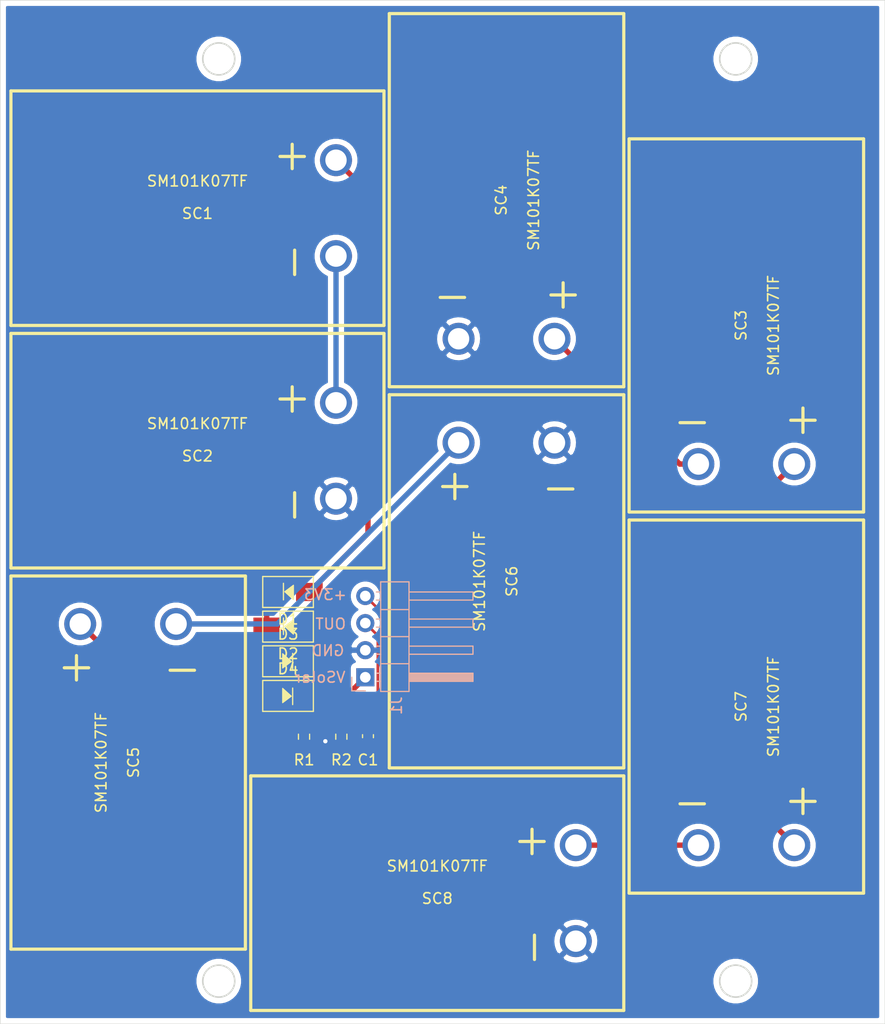
<source format=kicad_pcb>
(kicad_pcb (version 20171130) (host pcbnew "(5.1.10)-1")

  (general
    (thickness 1.6)
    (drawings 142)
    (tracks 42)
    (zones 0)
    (modules 16)
    (nets 13)
  )

  (page A4)
  (title_block
    (title "Solar Configuration for -Y; V1 Stucture")
    (date 2022-03-30)
    (rev 1.0)
  )

  (layers
    (0 F.Cu signal)
    (31 B.Cu signal)
    (32 B.Adhes user)
    (33 F.Adhes user)
    (34 B.Paste user)
    (35 F.Paste user)
    (36 B.SilkS user)
    (37 F.SilkS user)
    (38 B.Mask user)
    (39 F.Mask user)
    (40 Dwgs.User user hide)
    (41 Cmts.User user)
    (42 Eco1.User user)
    (43 Eco2.User user)
    (44 Edge.Cuts user)
    (45 Margin user)
    (46 B.CrtYd user)
    (47 F.CrtYd user)
    (48 B.Fab user)
    (49 F.Fab user)
  )

  (setup
    (last_trace_width 0.25)
    (user_trace_width 0.5)
    (trace_clearance 0.2)
    (zone_clearance 0.508)
    (zone_45_only no)
    (trace_min 0.2)
    (via_size 0.8)
    (via_drill 0.4)
    (via_min_size 0.4)
    (via_min_drill 0.3)
    (uvia_size 0.3)
    (uvia_drill 0.1)
    (uvias_allowed no)
    (uvia_min_size 0.2)
    (uvia_min_drill 0.1)
    (edge_width 0.05)
    (segment_width 0.2)
    (pcb_text_width 0.3)
    (pcb_text_size 1.5 1.5)
    (mod_edge_width 0.12)
    (mod_text_size 1 1)
    (mod_text_width 0.15)
    (pad_size 1.7 1.7)
    (pad_drill 1)
    (pad_to_mask_clearance 0)
    (aux_axis_origin 0 0)
    (visible_elements 7FFFFFFF)
    (pcbplotparams
      (layerselection 0x010fc_ffffffff)
      (usegerberextensions false)
      (usegerberattributes true)
      (usegerberadvancedattributes true)
      (creategerberjobfile true)
      (excludeedgelayer true)
      (linewidth 0.100000)
      (plotframeref false)
      (viasonmask false)
      (mode 1)
      (useauxorigin false)
      (hpglpennumber 1)
      (hpglpenspeed 20)
      (hpglpendiameter 15.000000)
      (psnegative false)
      (psa4output false)
      (plotreference true)
      (plotvalue true)
      (plotinvisibletext false)
      (padsonsilk false)
      (subtractmaskfromsilk false)
      (outputformat 1)
      (mirror false)
      (drillshape 1)
      (scaleselection 1)
      (outputdirectory ""))
  )

  (net 0 "")
  (net 1 GND)
  (net 2 +3V3)
  (net 3 VSOLAR)
  (net 4 OUT)
  (net 5 "Net-(SC1-Pad2)")
  (net 6 "Net-(SC3-Pad2)")
  (net 7 "Net-(SC5-Pad2)")
  (net 8 "Net-(SC7-Pad2)")
  (net 9 "Net-(D1-Pad2)")
  (net 10 "Net-(D2-Pad2)")
  (net 11 "Net-(D3-Pad2)")
  (net 12 "Net-(D4-Pad2)")

  (net_class Default "This is the default net class."
    (clearance 0.2)
    (trace_width 0.25)
    (via_dia 0.8)
    (via_drill 0.4)
    (uvia_dia 0.3)
    (uvia_drill 0.1)
    (add_net +3V3)
    (add_net GND)
    (add_net "Net-(D1-Pad2)")
    (add_net "Net-(D2-Pad2)")
    (add_net "Net-(D3-Pad2)")
    (add_net "Net-(D4-Pad2)")
    (add_net "Net-(SC1-Pad2)")
    (add_net "Net-(SC3-Pad2)")
    (add_net "Net-(SC5-Pad2)")
    (add_net "Net-(SC7-Pad2)")
    (add_net OUT)
    (add_net VSOLAR)
  )

  (module SolarPanelBoards:SM101K07TF (layer F.Cu) (tedit 614D4B0F) (tstamp 6204A931)
    (at 131 134.75)
    (path /62087697)
    (fp_text reference SC8 (at 0 0.5) (layer F.SilkS)
      (effects (font (size 1 1) (thickness 0.15)))
    )
    (fp_text value SM101K07TF (at 0 -2.54) (layer F.SilkS)
      (effects (font (size 1 1) (thickness 0.15)))
    )
    (fp_text user - (at 8.89 5.08 90) (layer F.SilkS)
      (effects (font (size 3 3) (thickness 0.3)))
    )
    (fp_text user + (at 8.89 -5.08) (layer F.SilkS)
      (effects (font (size 3 3) (thickness 0.3)))
    )
    (fp_line (start -17.5 11) (end -17.5 -11) (layer F.SilkS) (width 0.3))
    (fp_line (start 17.5 11) (end -17.5 11) (layer F.SilkS) (width 0.3))
    (fp_line (start 17.5 -11) (end 17.5 11) (layer F.SilkS) (width 0.3))
    (fp_line (start -17.5 -11) (end 17.5 -11) (layer F.SilkS) (width 0.3))
    (pad 2 thru_hole circle (at 13 4.5) (size 3 3) (drill 2) (layers *.Cu *.Mask)
      (net 1 GND))
    (pad 1 thru_hole circle (at 13 -4.5) (size 3 3) (drill 2) (layers *.Cu *.Mask)
      (net 8 "Net-(SC7-Pad2)"))
    (model "C:/Users/grant/Downloads/SM101K07TF v3.step"
      (offset (xyz 17.5 -11 0))
      (scale (xyz 1 1 1))
      (rotate (xyz 0 0 -90))
    )
  )

  (module SolarPanelBoards:SM101K07TF (layer F.Cu) (tedit 614D4B0F) (tstamp 6244E1A5)
    (at 160 117.25 270)
    (path /6208768B)
    (fp_text reference SC7 (at 0 0.5 90) (layer F.SilkS)
      (effects (font (size 1 1) (thickness 0.15)))
    )
    (fp_text value SM101K07TF (at 0 -2.54 90) (layer F.SilkS)
      (effects (font (size 1 1) (thickness 0.15)))
    )
    (fp_text user - (at 8.89 5.08) (layer F.SilkS)
      (effects (font (size 3 3) (thickness 0.3)))
    )
    (fp_text user + (at 8.89 -5.08 90) (layer F.SilkS)
      (effects (font (size 3 3) (thickness 0.3)))
    )
    (fp_line (start -17.5 11) (end -17.5 -11) (layer F.SilkS) (width 0.3))
    (fp_line (start 17.5 11) (end -17.5 11) (layer F.SilkS) (width 0.3))
    (fp_line (start 17.5 -11) (end 17.5 11) (layer F.SilkS) (width 0.3))
    (fp_line (start -17.5 -11) (end 17.5 -11) (layer F.SilkS) (width 0.3))
    (pad 2 thru_hole circle (at 13 4.5 270) (size 3 3) (drill 2) (layers *.Cu *.Mask)
      (net 8 "Net-(SC7-Pad2)"))
    (pad 1 thru_hole circle (at 13 -4.5 270) (size 3 3) (drill 2) (layers *.Cu *.Mask)
      (net 12 "Net-(D4-Pad2)"))
    (model "C:/Users/grant/Downloads/SM101K07TF v3.step"
      (offset (xyz 17.5 -11 0))
      (scale (xyz 1 1 1))
      (rotate (xyz 0 0 -90))
    )
  )

  (module SolarPanelBoards:SM101K07TF (layer F.Cu) (tedit 614D4B0F) (tstamp 61285292)
    (at 137.5 105.5 90)
    (path /61455D69)
    (fp_text reference SC6 (at 0 0.5 90) (layer F.SilkS)
      (effects (font (size 1 1) (thickness 0.15)))
    )
    (fp_text value SM101K07TF (at 0 -2.54 90) (layer F.SilkS)
      (effects (font (size 1 1) (thickness 0.15)))
    )
    (fp_text user - (at 8.89 5.08) (layer F.SilkS)
      (effects (font (size 3 3) (thickness 0.3)))
    )
    (fp_text user + (at 8.89 -5.08 90) (layer F.SilkS)
      (effects (font (size 3 3) (thickness 0.3)))
    )
    (fp_line (start -17.5 11) (end -17.5 -11) (layer F.SilkS) (width 0.3))
    (fp_line (start 17.5 11) (end -17.5 11) (layer F.SilkS) (width 0.3))
    (fp_line (start 17.5 -11) (end 17.5 11) (layer F.SilkS) (width 0.3))
    (fp_line (start -17.5 -11) (end 17.5 -11) (layer F.SilkS) (width 0.3))
    (pad 2 thru_hole circle (at 13 4.5 90) (size 3 3) (drill 2) (layers *.Cu *.Mask)
      (net 1 GND))
    (pad 1 thru_hole circle (at 13 -4.5 90) (size 3 3) (drill 2) (layers *.Cu *.Mask)
      (net 7 "Net-(SC5-Pad2)"))
    (model "C:/Users/grant/Downloads/SM101K07TF v3.step"
      (offset (xyz 17.5 -11 0))
      (scale (xyz 1 1 1))
      (rotate (xyz 0 0 -90))
    )
  )

  (module SolarPanelBoards:SM101K07TF (layer F.Cu) (tedit 614D4B0F) (tstamp 61285286)
    (at 102 122.5 90)
    (path /61455D67)
    (fp_text reference SC5 (at 0 0.5 90) (layer F.SilkS)
      (effects (font (size 1 1) (thickness 0.15)))
    )
    (fp_text value SM101K07TF (at 0 -2.54 90) (layer F.SilkS)
      (effects (font (size 1 1) (thickness 0.15)))
    )
    (fp_text user - (at 8.89 5.08) (layer F.SilkS)
      (effects (font (size 3 3) (thickness 0.3)))
    )
    (fp_text user + (at 8.89 -5.08 90) (layer F.SilkS)
      (effects (font (size 3 3) (thickness 0.3)))
    )
    (fp_line (start -17.5 11) (end -17.5 -11) (layer F.SilkS) (width 0.3))
    (fp_line (start 17.5 11) (end -17.5 11) (layer F.SilkS) (width 0.3))
    (fp_line (start 17.5 -11) (end 17.5 11) (layer F.SilkS) (width 0.3))
    (fp_line (start -17.5 -11) (end 17.5 -11) (layer F.SilkS) (width 0.3))
    (pad 2 thru_hole circle (at 13 4.5 90) (size 3 3) (drill 2) (layers *.Cu *.Mask)
      (net 7 "Net-(SC5-Pad2)"))
    (pad 1 thru_hole circle (at 13 -4.5 90) (size 3 3) (drill 2) (layers *.Cu *.Mask)
      (net 11 "Net-(D3-Pad2)"))
    (model "C:/Users/grant/Downloads/SM101K07TF v3.step"
      (offset (xyz 17.5 -11 0))
      (scale (xyz 1 1 1))
      (rotate (xyz 0 0 -90))
    )
  )

  (module SolarPanelBoards:SM101K07TF (layer F.Cu) (tedit 614D4B0F) (tstamp 6128527A)
    (at 137.5 69.75 270)
    (path /61285A7B)
    (fp_text reference SC4 (at 0 0.5 90) (layer F.SilkS)
      (effects (font (size 1 1) (thickness 0.15)))
    )
    (fp_text value SM101K07TF (at 0 -2.54 90) (layer F.SilkS)
      (effects (font (size 1 1) (thickness 0.15)))
    )
    (fp_text user - (at 8.89 5.08) (layer F.SilkS)
      (effects (font (size 3 3) (thickness 0.3)))
    )
    (fp_text user + (at 8.89 -5.08 90) (layer F.SilkS)
      (effects (font (size 3 3) (thickness 0.3)))
    )
    (fp_line (start -17.5 11) (end -17.5 -11) (layer F.SilkS) (width 0.3))
    (fp_line (start 17.5 11) (end -17.5 11) (layer F.SilkS) (width 0.3))
    (fp_line (start 17.5 -11) (end 17.5 11) (layer F.SilkS) (width 0.3))
    (fp_line (start -17.5 -11) (end 17.5 -11) (layer F.SilkS) (width 0.3))
    (pad 2 thru_hole circle (at 13 4.5 270) (size 3 3) (drill 2) (layers *.Cu *.Mask)
      (net 1 GND))
    (pad 1 thru_hole circle (at 13 -4.5 270) (size 3 3) (drill 2) (layers *.Cu *.Mask)
      (net 6 "Net-(SC3-Pad2)"))
    (model "C:/Users/grant/Downloads/SM101K07TF v3.step"
      (offset (xyz 17.5 -11 0))
      (scale (xyz 1 1 1))
      (rotate (xyz 0 0 -90))
    )
  )

  (module SolarPanelBoards:SM101K07TF (layer F.Cu) (tedit 614D4B0F) (tstamp 6128526E)
    (at 160 81.5 270)
    (path /6128524D)
    (fp_text reference SC3 (at 0 0.5 90) (layer F.SilkS)
      (effects (font (size 1 1) (thickness 0.15)))
    )
    (fp_text value SM101K07TF (at 0 -2.54 90) (layer F.SilkS)
      (effects (font (size 1 1) (thickness 0.15)))
    )
    (fp_text user - (at 8.89 5.08) (layer F.SilkS)
      (effects (font (size 3 3) (thickness 0.3)))
    )
    (fp_text user + (at 8.89 -5.08 90) (layer F.SilkS)
      (effects (font (size 3 3) (thickness 0.3)))
    )
    (fp_line (start -17.5 11) (end -17.5 -11) (layer F.SilkS) (width 0.3))
    (fp_line (start 17.5 11) (end -17.5 11) (layer F.SilkS) (width 0.3))
    (fp_line (start 17.5 -11) (end 17.5 11) (layer F.SilkS) (width 0.3))
    (fp_line (start -17.5 -11) (end 17.5 -11) (layer F.SilkS) (width 0.3))
    (pad 2 thru_hole circle (at 13 4.5 270) (size 3 3) (drill 2) (layers *.Cu *.Mask)
      (net 6 "Net-(SC3-Pad2)"))
    (pad 1 thru_hole circle (at 13 -4.5 270) (size 3 3) (drill 2) (layers *.Cu *.Mask)
      (net 10 "Net-(D2-Pad2)"))
    (model "C:/Users/grant/Downloads/SM101K07TF v3.step"
      (offset (xyz 17.5 -11 0))
      (scale (xyz 1 1 1))
      (rotate (xyz 0 0 -90))
    )
  )

  (module SolarPanelBoards:SM101K07TF (layer F.Cu) (tedit 614D4B0F) (tstamp 61285262)
    (at 108.5 93.25)
    (path /612849A3)
    (fp_text reference SC2 (at 0 0.5) (layer F.SilkS)
      (effects (font (size 1 1) (thickness 0.15)))
    )
    (fp_text value SM101K07TF (at 0 -2.54) (layer F.SilkS)
      (effects (font (size 1 1) (thickness 0.15)))
    )
    (fp_text user - (at 8.89 5.08 90) (layer F.SilkS)
      (effects (font (size 3 3) (thickness 0.3)))
    )
    (fp_text user + (at 8.89 -5.08) (layer F.SilkS)
      (effects (font (size 3 3) (thickness 0.3)))
    )
    (fp_line (start -17.5 11) (end -17.5 -11) (layer F.SilkS) (width 0.3))
    (fp_line (start 17.5 11) (end -17.5 11) (layer F.SilkS) (width 0.3))
    (fp_line (start 17.5 -11) (end 17.5 11) (layer F.SilkS) (width 0.3))
    (fp_line (start -17.5 -11) (end 17.5 -11) (layer F.SilkS) (width 0.3))
    (pad 2 thru_hole circle (at 13 4.5) (size 3 3) (drill 2) (layers *.Cu *.Mask)
      (net 1 GND))
    (pad 1 thru_hole circle (at 13 -4.5) (size 3 3) (drill 2) (layers *.Cu *.Mask)
      (net 5 "Net-(SC1-Pad2)"))
    (model "C:/Users/grant/Downloads/SM101K07TF v3.step"
      (offset (xyz 17.5 -11 0))
      (scale (xyz 1 1 1))
      (rotate (xyz 0 0 -90))
    )
  )

  (module SolarPanelBoards:SM101K07TF (layer F.Cu) (tedit 614D4B0F) (tstamp 61285256)
    (at 108.5 70.5)
    (path /6143BD42)
    (fp_text reference SC1 (at 0 0.5) (layer F.SilkS)
      (effects (font (size 1 1) (thickness 0.15)))
    )
    (fp_text value SM101K07TF (at 0 -2.54) (layer F.SilkS)
      (effects (font (size 1 1) (thickness 0.15)))
    )
    (fp_text user - (at 8.89 5.08 90) (layer F.SilkS)
      (effects (font (size 3 3) (thickness 0.3)))
    )
    (fp_text user + (at 8.89 -5.08) (layer F.SilkS)
      (effects (font (size 3 3) (thickness 0.3)))
    )
    (fp_line (start -17.5 11) (end -17.5 -11) (layer F.SilkS) (width 0.3))
    (fp_line (start 17.5 11) (end -17.5 11) (layer F.SilkS) (width 0.3))
    (fp_line (start 17.5 -11) (end 17.5 11) (layer F.SilkS) (width 0.3))
    (fp_line (start -17.5 -11) (end 17.5 -11) (layer F.SilkS) (width 0.3))
    (pad 2 thru_hole circle (at 13 4.5) (size 3 3) (drill 2) (layers *.Cu *.Mask)
      (net 5 "Net-(SC1-Pad2)"))
    (pad 1 thru_hole circle (at 13 -4.5) (size 3 3) (drill 2) (layers *.Cu *.Mask)
      (net 9 "Net-(D1-Pad2)"))
    (model "C:/Users/grant/Downloads/SM101K07TF v3.step"
      (offset (xyz 17.5 -11 0))
      (scale (xyz 1 1 1))
      (rotate (xyz 0 0 -90))
    )
  )

  (module SolarPanelBoards:DO-214AC (layer F.Cu) (tedit 6131B737) (tstamp 6128521E)
    (at 117 116.25 180)
    (descr "Diode Footprint for CDBA240LL-HF")
    (path /61285A75)
    (attr smd)
    (fp_text reference D4 (at 0 2.54) (layer F.SilkS)
      (effects (font (size 1 1) (thickness 0.15)))
    )
    (fp_text value CDBA240LL-HF (at 0 -2.54) (layer F.Fab)
      (effects (font (size 1 1) (thickness 0.15)))
    )
    (fp_line (start -2.375 1.45) (end 2.375 1.45) (layer F.SilkS) (width 0.12))
    (fp_line (start 2.375 1.45) (end 2.375 -1.45) (layer F.SilkS) (width 0.12))
    (fp_line (start -2.375 1.45) (end -2.375 -1.45) (layer F.SilkS) (width 0.12))
    (fp_line (start -2.375 -1.45) (end 2.375 -1.45) (layer F.SilkS) (width 0.12))
    (fp_poly (pts (xy 0.508 0.7112) (xy -0.3048 -0.0254) (xy 0.508 -0.635)) (layer F.SilkS) (width 0.1))
    (fp_line (start -0.4318 -0.8128) (end -0.4318 0.7366) (layer F.SilkS) (width 0.12))
    (pad 2 smd rect (at 2 0 180) (size 2.5 1.7) (layers F.Cu F.Paste F.Mask)
      (net 12 "Net-(D4-Pad2)"))
    (pad 1 smd rect (at -2 0 180) (size 2.5 1.7) (layers F.Cu F.Paste F.Mask)
      (net 3 VSOLAR))
    (model "C:/Users/grant/Downloads/sma-do-214ac-1.snapshot.1/SMA (DO-214AC).STEP"
      (at (xyz 0 0 0))
      (scale (xyz 1 1 1))
      (rotate (xyz -90 0 0))
    )
  )

  (module SolarPanelBoards:DO-214AC (layer F.Cu) (tedit 6131B737) (tstamp 61285212)
    (at 117 113 180)
    (descr "Diode Footprint for CDBA240LL-HF")
    (path /61285247)
    (attr smd)
    (fp_text reference D3 (at 0 2.54) (layer F.SilkS)
      (effects (font (size 1 1) (thickness 0.15)))
    )
    (fp_text value CDBA240LL-HF (at 0 -2.54) (layer F.Fab)
      (effects (font (size 1 1) (thickness 0.15)))
    )
    (fp_line (start -2.375 1.45) (end 2.375 1.45) (layer F.SilkS) (width 0.12))
    (fp_line (start 2.375 1.45) (end 2.375 -1.45) (layer F.SilkS) (width 0.12))
    (fp_line (start -2.375 1.45) (end -2.375 -1.45) (layer F.SilkS) (width 0.12))
    (fp_line (start -2.375 -1.45) (end 2.375 -1.45) (layer F.SilkS) (width 0.12))
    (fp_poly (pts (xy 0.508 0.7112) (xy -0.3048 -0.0254) (xy 0.508 -0.635)) (layer F.SilkS) (width 0.1))
    (fp_line (start -0.4318 -0.8128) (end -0.4318 0.7366) (layer F.SilkS) (width 0.12))
    (pad 2 smd rect (at 2 0 180) (size 2.5 1.7) (layers F.Cu F.Paste F.Mask)
      (net 11 "Net-(D3-Pad2)"))
    (pad 1 smd rect (at -2 0 180) (size 2.5 1.7) (layers F.Cu F.Paste F.Mask)
      (net 3 VSOLAR))
    (model "C:/Users/grant/Downloads/sma-do-214ac-1.snapshot.1/SMA (DO-214AC).STEP"
      (at (xyz 0 0 0))
      (scale (xyz 1 1 1))
      (rotate (xyz -90 0 0))
    )
  )

  (module SolarPanelBoards:DO-214AC (layer F.Cu) (tedit 6131B737) (tstamp 6128522A)
    (at 117 109.75)
    (descr "Diode Footprint for CDBA240LL-HF")
    (path /61455D66)
    (attr smd)
    (fp_text reference D2 (at 0 2.54) (layer F.SilkS)
      (effects (font (size 1 1) (thickness 0.15)))
    )
    (fp_text value CDBA240LL-HF (at 0 -2.54) (layer F.Fab)
      (effects (font (size 1 1) (thickness 0.15)))
    )
    (fp_line (start -2.375 1.45) (end 2.375 1.45) (layer F.SilkS) (width 0.12))
    (fp_line (start 2.375 1.45) (end 2.375 -1.45) (layer F.SilkS) (width 0.12))
    (fp_line (start -2.375 1.45) (end -2.375 -1.45) (layer F.SilkS) (width 0.12))
    (fp_line (start -2.375 -1.45) (end 2.375 -1.45) (layer F.SilkS) (width 0.12))
    (fp_poly (pts (xy 0.508 0.7112) (xy -0.3048 -0.0254) (xy 0.508 -0.635)) (layer F.SilkS) (width 0.1))
    (fp_line (start -0.4318 -0.8128) (end -0.4318 0.7366) (layer F.SilkS) (width 0.12))
    (pad 2 smd rect (at 2 0) (size 2.5 1.7) (layers F.Cu F.Paste F.Mask)
      (net 10 "Net-(D2-Pad2)"))
    (pad 1 smd rect (at -2 0) (size 2.5 1.7) (layers F.Cu F.Paste F.Mask)
      (net 3 VSOLAR))
    (model "C:/Users/grant/Downloads/sma-do-214ac-1.snapshot.1/SMA (DO-214AC).STEP"
      (at (xyz 0 0 0))
      (scale (xyz 1 1 1))
      (rotate (xyz -90 0 0))
    )
  )

  (module SolarPanelBoards:DO-214AC (layer F.Cu) (tedit 6131B737) (tstamp 612851FA)
    (at 117 106.5)
    (descr "Diode Footprint for CDBA240LL-HF")
    (path /61067859)
    (attr smd)
    (fp_text reference D1 (at 0 2.54) (layer F.SilkS)
      (effects (font (size 1 1) (thickness 0.15)))
    )
    (fp_text value CDBA240LL-HF (at 0 -2.54) (layer F.Fab)
      (effects (font (size 1 1) (thickness 0.15)))
    )
    (fp_line (start -2.375 1.45) (end 2.375 1.45) (layer F.SilkS) (width 0.12))
    (fp_line (start 2.375 1.45) (end 2.375 -1.45) (layer F.SilkS) (width 0.12))
    (fp_line (start -2.375 1.45) (end -2.375 -1.45) (layer F.SilkS) (width 0.12))
    (fp_line (start -2.375 -1.45) (end 2.375 -1.45) (layer F.SilkS) (width 0.12))
    (fp_poly (pts (xy 0.508 0.7112) (xy -0.3048 -0.0254) (xy 0.508 -0.635)) (layer F.SilkS) (width 0.1))
    (fp_line (start -0.4318 -0.8128) (end -0.4318 0.7366) (layer F.SilkS) (width 0.12))
    (pad 2 smd rect (at 2 0) (size 2.5 1.7) (layers F.Cu F.Paste F.Mask)
      (net 9 "Net-(D1-Pad2)"))
    (pad 1 smd rect (at -2 0) (size 2.5 1.7) (layers F.Cu F.Paste F.Mask)
      (net 3 VSOLAR))
    (model "C:/Users/grant/Downloads/sma-do-214ac-1.snapshot.1/SMA (DO-214AC).STEP"
      (at (xyz 0 0 0))
      (scale (xyz 1 1 1))
      (rotate (xyz -90 0 0))
    )
  )

  (module Resistor_SMD:R_0603_1608Metric (layer F.Cu) (tedit 5F68FEEE) (tstamp 624547E0)
    (at 122 120.075 270)
    (descr "Resistor SMD 0603 (1608 Metric), square (rectangular) end terminal, IPC_7351 nominal, (Body size source: IPC-SM-782 page 72, https://www.pcb-3d.com/wordpress/wp-content/uploads/ipc-sm-782a_amendment_1_and_2.pdf), generated with kicad-footprint-generator")
    (tags resistor)
    (path /61FF6451)
    (attr smd)
    (fp_text reference R2 (at 2.175 0 180) (layer F.SilkS)
      (effects (font (size 1 1) (thickness 0.15)))
    )
    (fp_text value R (at 0 1.43 90) (layer F.Fab)
      (effects (font (size 1 1) (thickness 0.15)))
    )
    (fp_line (start 1.48 0.73) (end -1.48 0.73) (layer F.CrtYd) (width 0.05))
    (fp_line (start 1.48 -0.73) (end 1.48 0.73) (layer F.CrtYd) (width 0.05))
    (fp_line (start -1.48 -0.73) (end 1.48 -0.73) (layer F.CrtYd) (width 0.05))
    (fp_line (start -1.48 0.73) (end -1.48 -0.73) (layer F.CrtYd) (width 0.05))
    (fp_line (start -0.237258 0.5225) (end 0.237258 0.5225) (layer F.SilkS) (width 0.12))
    (fp_line (start -0.237258 -0.5225) (end 0.237258 -0.5225) (layer F.SilkS) (width 0.12))
    (fp_line (start 0.8 0.4125) (end -0.8 0.4125) (layer F.Fab) (width 0.1))
    (fp_line (start 0.8 -0.4125) (end 0.8 0.4125) (layer F.Fab) (width 0.1))
    (fp_line (start -0.8 -0.4125) (end 0.8 -0.4125) (layer F.Fab) (width 0.1))
    (fp_line (start -0.8 0.4125) (end -0.8 -0.4125) (layer F.Fab) (width 0.1))
    (fp_text user %R (at 0 0 90) (layer F.Fab)
      (effects (font (size 0.4 0.4) (thickness 0.06)))
    )
    (pad 2 smd roundrect (at 0.825 0 270) (size 0.8 0.95) (layers F.Cu F.Paste F.Mask) (roundrect_rratio 0.25)
      (net 1 GND))
    (pad 1 smd roundrect (at -0.825 0 270) (size 0.8 0.95) (layers F.Cu F.Paste F.Mask) (roundrect_rratio 0.25)
      (net 4 OUT))
    (model ${KISYS3DMOD}/Resistor_SMD.3dshapes/R_0603_1608Metric.wrl
      (at (xyz 0 0 0))
      (scale (xyz 1 1 1))
      (rotate (xyz 0 0 0))
    )
  )

  (module Resistor_SMD:R_0603_1608Metric (layer F.Cu) (tedit 5F68FEEE) (tstamp 624547B0)
    (at 118.5 120.075 90)
    (descr "Resistor SMD 0603 (1608 Metric), square (rectangular) end terminal, IPC_7351 nominal, (Body size source: IPC-SM-782 page 72, https://www.pcb-3d.com/wordpress/wp-content/uploads/ipc-sm-782a_amendment_1_and_2.pdf), generated with kicad-footprint-generator")
    (tags resistor)
    (path /61FF37C8)
    (attr smd)
    (fp_text reference R1 (at -2.175 0.009 180) (layer F.SilkS)
      (effects (font (size 1 1) (thickness 0.15)))
    )
    (fp_text value ALS-PT19 (at 0 1.43 90) (layer F.Fab)
      (effects (font (size 1 1) (thickness 0.15)))
    )
    (fp_line (start 1.48 0.73) (end -1.48 0.73) (layer F.CrtYd) (width 0.05))
    (fp_line (start 1.48 -0.73) (end 1.48 0.73) (layer F.CrtYd) (width 0.05))
    (fp_line (start -1.48 -0.73) (end 1.48 -0.73) (layer F.CrtYd) (width 0.05))
    (fp_line (start -1.48 0.73) (end -1.48 -0.73) (layer F.CrtYd) (width 0.05))
    (fp_line (start -0.237258 0.5225) (end 0.237258 0.5225) (layer F.SilkS) (width 0.12))
    (fp_line (start -0.237258 -0.5225) (end 0.237258 -0.5225) (layer F.SilkS) (width 0.12))
    (fp_line (start 0.8 0.4125) (end -0.8 0.4125) (layer F.Fab) (width 0.1))
    (fp_line (start 0.8 -0.4125) (end 0.8 0.4125) (layer F.Fab) (width 0.1))
    (fp_line (start -0.8 -0.4125) (end 0.8 -0.4125) (layer F.Fab) (width 0.1))
    (fp_line (start -0.8 0.4125) (end -0.8 -0.4125) (layer F.Fab) (width 0.1))
    (fp_text user %R (at 0 0 90) (layer F.Fab)
      (effects (font (size 0.4 0.4) (thickness 0.06)))
    )
    (pad 2 smd roundrect (at 0.825 0 90) (size 0.8 0.95) (layers F.Cu F.Paste F.Mask) (roundrect_rratio 0.25)
      (net 4 OUT))
    (pad 1 smd roundrect (at -0.825 0 90) (size 0.8 0.95) (layers F.Cu F.Paste F.Mask) (roundrect_rratio 0.25)
      (net 2 +3V3))
    (model ${KISYS3DMOD}/Resistor_SMD.3dshapes/R_0603_1608Metric.wrl
      (at (xyz 0 0 0))
      (scale (xyz 1 1 1))
      (rotate (xyz 0 0 0))
    )
  )

  (module Capacitor_SMD:C_0603_1608Metric (layer F.Cu) (tedit 5F68FEEE) (tstamp 62454810)
    (at 124.5 120.025 270)
    (descr "Capacitor SMD 0603 (1608 Metric), square (rectangular) end terminal, IPC_7351 nominal, (Body size source: IPC-SM-782 page 76, https://www.pcb-3d.com/wordpress/wp-content/uploads/ipc-sm-782a_amendment_1_and_2.pdf), generated with kicad-footprint-generator")
    (tags capacitor)
    (path /61FF8764)
    (attr smd)
    (fp_text reference C1 (at 2.225 0 180) (layer F.SilkS)
      (effects (font (size 1 1) (thickness 0.15)))
    )
    (fp_text value C (at 0 1.43 90) (layer F.Fab)
      (effects (font (size 1 1) (thickness 0.15)))
    )
    (fp_line (start 1.48 0.73) (end -1.48 0.73) (layer F.CrtYd) (width 0.05))
    (fp_line (start 1.48 -0.73) (end 1.48 0.73) (layer F.CrtYd) (width 0.05))
    (fp_line (start -1.48 -0.73) (end 1.48 -0.73) (layer F.CrtYd) (width 0.05))
    (fp_line (start -1.48 0.73) (end -1.48 -0.73) (layer F.CrtYd) (width 0.05))
    (fp_line (start -0.14058 0.51) (end 0.14058 0.51) (layer F.SilkS) (width 0.12))
    (fp_line (start -0.14058 -0.51) (end 0.14058 -0.51) (layer F.SilkS) (width 0.12))
    (fp_line (start 0.8 0.4) (end -0.8 0.4) (layer F.Fab) (width 0.1))
    (fp_line (start 0.8 -0.4) (end 0.8 0.4) (layer F.Fab) (width 0.1))
    (fp_line (start -0.8 -0.4) (end 0.8 -0.4) (layer F.Fab) (width 0.1))
    (fp_line (start -0.8 0.4) (end -0.8 -0.4) (layer F.Fab) (width 0.1))
    (fp_text user %R (at 0 0 90) (layer F.Fab)
      (effects (font (size 0.4 0.4) (thickness 0.06)))
    )
    (pad 2 smd roundrect (at 0.775 0 270) (size 0.9 0.95) (layers F.Cu F.Paste F.Mask) (roundrect_rratio 0.25)
      (net 1 GND))
    (pad 1 smd roundrect (at -0.775 0 270) (size 0.9 0.95) (layers F.Cu F.Paste F.Mask) (roundrect_rratio 0.25)
      (net 4 OUT))
    (model ${KISYS3DMOD}/Capacitor_SMD.3dshapes/C_0603_1608Metric.wrl
      (at (xyz 0 0 0))
      (scale (xyz 1 1 1))
      (rotate (xyz 0 0 0))
    )
  )

  (module Connector_PinHeader_2.54mm:PinHeader_1x04_P2.54mm_Horizontal (layer B.Cu) (tedit 59FED5CB) (tstamp 6245487C)
    (at 124.25 114.5)
    (descr "Through hole angled pin header, 1x04, 2.54mm pitch, 6mm pin length, single row")
    (tags "Through hole angled pin header THT 1x04 2.54mm single row")
    (path /61F4A1BA)
    (fp_text reference J1 (at 2.921 2.667 270) (layer B.SilkS)
      (effects (font (size 1 1) (thickness 0.15)) (justify mirror))
    )
    (fp_text value Conn_01x04 (at 4.385 -9.89 180) (layer B.Fab)
      (effects (font (size 1 1) (thickness 0.15)) (justify mirror))
    )
    (fp_line (start 2.135 1.27) (end 4.04 1.27) (layer B.Fab) (width 0.1))
    (fp_line (start 4.04 1.27) (end 4.04 -8.89) (layer B.Fab) (width 0.1))
    (fp_line (start 4.04 -8.89) (end 1.5 -8.89) (layer B.Fab) (width 0.1))
    (fp_line (start 1.5 -8.89) (end 1.5 0.635) (layer B.Fab) (width 0.1))
    (fp_line (start 1.5 0.635) (end 2.135 1.27) (layer B.Fab) (width 0.1))
    (fp_line (start -0.32 0.32) (end 1.5 0.32) (layer B.Fab) (width 0.1))
    (fp_line (start -0.32 0.32) (end -0.32 -0.32) (layer B.Fab) (width 0.1))
    (fp_line (start -0.32 -0.32) (end 1.5 -0.32) (layer B.Fab) (width 0.1))
    (fp_line (start 4.04 0.32) (end 10.04 0.32) (layer B.Fab) (width 0.1))
    (fp_line (start 10.04 0.32) (end 10.04 -0.32) (layer B.Fab) (width 0.1))
    (fp_line (start 4.04 -0.32) (end 10.04 -0.32) (layer B.Fab) (width 0.1))
    (fp_line (start -0.32 -2.22) (end 1.5 -2.22) (layer B.Fab) (width 0.1))
    (fp_line (start -0.32 -2.22) (end -0.32 -2.86) (layer B.Fab) (width 0.1))
    (fp_line (start -0.32 -2.86) (end 1.5 -2.86) (layer B.Fab) (width 0.1))
    (fp_line (start 4.04 -2.22) (end 10.04 -2.22) (layer B.Fab) (width 0.1))
    (fp_line (start 10.04 -2.22) (end 10.04 -2.86) (layer B.Fab) (width 0.1))
    (fp_line (start 4.04 -2.86) (end 10.04 -2.86) (layer B.Fab) (width 0.1))
    (fp_line (start -0.32 -4.76) (end 1.5 -4.76) (layer B.Fab) (width 0.1))
    (fp_line (start -0.32 -4.76) (end -0.32 -5.4) (layer B.Fab) (width 0.1))
    (fp_line (start -0.32 -5.4) (end 1.5 -5.4) (layer B.Fab) (width 0.1))
    (fp_line (start 4.04 -4.76) (end 10.04 -4.76) (layer B.Fab) (width 0.1))
    (fp_line (start 10.04 -4.76) (end 10.04 -5.4) (layer B.Fab) (width 0.1))
    (fp_line (start 4.04 -5.4) (end 10.04 -5.4) (layer B.Fab) (width 0.1))
    (fp_line (start -0.32 -7.3) (end 1.5 -7.3) (layer B.Fab) (width 0.1))
    (fp_line (start -0.32 -7.3) (end -0.32 -7.94) (layer B.Fab) (width 0.1))
    (fp_line (start -0.32 -7.94) (end 1.5 -7.94) (layer B.Fab) (width 0.1))
    (fp_line (start 4.04 -7.3) (end 10.04 -7.3) (layer B.Fab) (width 0.1))
    (fp_line (start 10.04 -7.3) (end 10.04 -7.94) (layer B.Fab) (width 0.1))
    (fp_line (start 4.04 -7.94) (end 10.04 -7.94) (layer B.Fab) (width 0.1))
    (fp_line (start 1.44 1.33) (end 1.44 -8.95) (layer B.SilkS) (width 0.12))
    (fp_line (start 1.44 -8.95) (end 4.1 -8.95) (layer B.SilkS) (width 0.12))
    (fp_line (start 4.1 -8.95) (end 4.1 1.33) (layer B.SilkS) (width 0.12))
    (fp_line (start 4.1 1.33) (end 1.44 1.33) (layer B.SilkS) (width 0.12))
    (fp_line (start 4.1 0.38) (end 10.1 0.38) (layer B.SilkS) (width 0.12))
    (fp_line (start 10.1 0.38) (end 10.1 -0.38) (layer B.SilkS) (width 0.12))
    (fp_line (start 10.1 -0.38) (end 4.1 -0.38) (layer B.SilkS) (width 0.12))
    (fp_line (start 4.1 0.32) (end 10.1 0.32) (layer B.SilkS) (width 0.12))
    (fp_line (start 4.1 0.2) (end 10.1 0.2) (layer B.SilkS) (width 0.12))
    (fp_line (start 4.1 0.08) (end 10.1 0.08) (layer B.SilkS) (width 0.12))
    (fp_line (start 4.1 -0.04) (end 10.1 -0.04) (layer B.SilkS) (width 0.12))
    (fp_line (start 4.1 -0.16) (end 10.1 -0.16) (layer B.SilkS) (width 0.12))
    (fp_line (start 4.1 -0.28) (end 10.1 -0.28) (layer B.SilkS) (width 0.12))
    (fp_line (start 1.11 0.38) (end 1.44 0.38) (layer B.SilkS) (width 0.12))
    (fp_line (start 1.11 -0.38) (end 1.44 -0.38) (layer B.SilkS) (width 0.12))
    (fp_line (start 1.44 -1.27) (end 4.1 -1.27) (layer B.SilkS) (width 0.12))
    (fp_line (start 4.1 -2.16) (end 10.1 -2.16) (layer B.SilkS) (width 0.12))
    (fp_line (start 10.1 -2.16) (end 10.1 -2.92) (layer B.SilkS) (width 0.12))
    (fp_line (start 10.1 -2.92) (end 4.1 -2.92) (layer B.SilkS) (width 0.12))
    (fp_line (start 1.042929 -2.16) (end 1.44 -2.16) (layer B.SilkS) (width 0.12))
    (fp_line (start 1.042929 -2.92) (end 1.44 -2.92) (layer B.SilkS) (width 0.12))
    (fp_line (start 1.44 -3.81) (end 4.1 -3.81) (layer B.SilkS) (width 0.12))
    (fp_line (start 4.1 -4.7) (end 10.1 -4.7) (layer B.SilkS) (width 0.12))
    (fp_line (start 10.1 -4.7) (end 10.1 -5.46) (layer B.SilkS) (width 0.12))
    (fp_line (start 10.1 -5.46) (end 4.1 -5.46) (layer B.SilkS) (width 0.12))
    (fp_line (start 1.042929 -4.7) (end 1.44 -4.7) (layer B.SilkS) (width 0.12))
    (fp_line (start 1.042929 -5.46) (end 1.44 -5.46) (layer B.SilkS) (width 0.12))
    (fp_line (start 1.44 -6.35) (end 4.1 -6.35) (layer B.SilkS) (width 0.12))
    (fp_line (start 4.1 -7.24) (end 10.1 -7.24) (layer B.SilkS) (width 0.12))
    (fp_line (start 10.1 -7.24) (end 10.1 -8) (layer B.SilkS) (width 0.12))
    (fp_line (start 10.1 -8) (end 4.1 -8) (layer B.SilkS) (width 0.12))
    (fp_line (start 1.042929 -7.24) (end 1.44 -7.24) (layer B.SilkS) (width 0.12))
    (fp_line (start 1.042929 -8) (end 1.44 -8) (layer B.SilkS) (width 0.12))
    (fp_line (start -1.27 0) (end -1.27 1.27) (layer B.SilkS) (width 0.12))
    (fp_line (start -1.27 1.27) (end 0 1.27) (layer B.SilkS) (width 0.12))
    (fp_line (start -1.8 1.8) (end -1.8 -9.4) (layer B.CrtYd) (width 0.05))
    (fp_line (start -1.8 -9.4) (end 10.55 -9.4) (layer B.CrtYd) (width 0.05))
    (fp_line (start 10.55 -9.4) (end 10.55 1.8) (layer B.CrtYd) (width 0.05))
    (fp_line (start 10.55 1.8) (end -1.8 1.8) (layer B.CrtYd) (width 0.05))
    (fp_text user %R (at 2.77 -3.81 90) (layer B.Fab)
      (effects (font (size 1 1) (thickness 0.15)) (justify mirror))
    )
    (pad 4 thru_hole oval (at 0 -7.62) (size 1.7 1.7) (drill 1) (layers *.Cu *.Mask)
      (net 2 +3V3))
    (pad 3 thru_hole oval (at 0 -5.08) (size 1.7 1.7) (drill 1) (layers *.Cu *.Mask)
      (net 4 OUT))
    (pad 2 thru_hole oval (at 0 -2.54) (size 1.7 1.7) (drill 1) (layers *.Cu *.Mask)
      (net 1 GND))
    (pad 1 thru_hole rect (at 0 0) (size 1.7 1.7) (drill 1) (layers *.Cu *.Mask)
      (net 3 VSOLAR))
    (model ${KISYS3DMOD}/Connector_PinHeader_2.54mm.3dshapes/PinHeader_1x04_P2.54mm_Horizontal.wrl
      (at (xyz 0 0 0))
      (scale (xyz 1 1 1))
      (rotate (xyz 0 0 0))
    )
  )

  (gr_line (start 113.5 140) (end 113.5 59.5) (layer Dwgs.User) (width 0.15) (tstamp 624559B6))
  (gr_line (start 148.5 140) (end 113.5 140) (layer Dwgs.User) (width 0.15))
  (gr_line (start 148.5 59.5) (end 148.5 140) (layer Dwgs.User) (width 0.15))
  (gr_line (start 113.5 59.5) (end 148.5 59.5) (layer Dwgs.User) (width 0.15))
  (gr_line (start 161 138) (end 108.5 138) (layer Dwgs.User) (width 0.15))
  (gr_line (start 108.5 61.5) (end 108.5 138) (layer Dwgs.User) (width 0.15))
  (gr_line (start 161 61.5) (end 108.5 61.5) (layer Dwgs.User) (width 0.15))
  (gr_line (start 161 137.5) (end 161 138) (layer Dwgs.User) (width 0.15))
  (gr_line (start 161 136) (end 161 137.5) (layer Dwgs.User) (width 0.15))
  (gr_line (start 161 135.5) (end 161 136) (layer Dwgs.User) (width 0.15))
  (gr_line (start 161 61.5) (end 161 135.5) (layer Dwgs.User) (width 0.15))
  (dimension 9 (width 0.15) (layer Dwgs.User)
    (gr_text "9.000 mm" (at 174.8 142.5 90) (layer Dwgs.User)
      (effects (font (size 1 1) (thickness 0.15)))
    )
    (feature1 (pts (xy 173 138) (xy 174.086421 138)))
    (feature2 (pts (xy 173 147) (xy 174.086421 147)))
    (crossbar (pts (xy 173.5 147) (xy 173.5 138)))
    (arrow1a (pts (xy 173.5 138) (xy 174.086421 139.126504)))
    (arrow1b (pts (xy 173.5 138) (xy 172.913579 139.126504)))
    (arrow2a (pts (xy 173.5 147) (xy 174.086421 145.873496)))
    (arrow2b (pts (xy 173.5 147) (xy 172.913579 145.873496)))
  )
  (dimension 10.5 (width 0.15) (layer Dwgs.User)
    (gr_text "10.500 mm" (at 175.8 56.25 270) (layer Dwgs.User)
      (effects (font (size 1 1) (thickness 0.15)))
    )
    (feature1 (pts (xy 173 61.5) (xy 175.086421 61.5)))
    (feature2 (pts (xy 173 51) (xy 175.086421 51)))
    (crossbar (pts (xy 174.5 51) (xy 174.5 61.5)))
    (arrow1a (pts (xy 174.5 61.5) (xy 173.913579 60.373496)))
    (arrow1b (pts (xy 174.5 61.5) (xy 175.086421 60.373496)))
    (arrow2a (pts (xy 174.5 51) (xy 173.913579 52.126504)))
    (arrow2b (pts (xy 174.5 51) (xy 175.086421 52.126504)))
  )
  (dimension 12 (width 0.15) (layer Dwgs.User)
    (gr_text "12.000 mm" (at 167 45.2) (layer Dwgs.User)
      (effects (font (size 1 1) (thickness 0.15)))
    )
    (feature1 (pts (xy 161 51) (xy 161 45.913579)))
    (feature2 (pts (xy 173 51) (xy 173 45.913579)))
    (crossbar (pts (xy 173 46.5) (xy 161 46.5)))
    (arrow1a (pts (xy 161 46.5) (xy 162.126504 45.913579)))
    (arrow1b (pts (xy 161 46.5) (xy 162.126504 47.086421)))
    (arrow2a (pts (xy 173 46.5) (xy 171.873496 45.913579)))
    (arrow2b (pts (xy 173 46.5) (xy 171.873496 47.086421)))
  )
  (gr_circle (center 93.5 136) (end 96.15 136) (layer Dwgs.User) (width 0.15) (tstamp 62453DB7))
  (dimension 6 (width 0.15) (layer Dwgs.User)
    (gr_text "6.000 mm" (at 80.7 139 90) (layer Dwgs.User)
      (effects (font (size 1 1) (thickness 0.15)))
    )
    (feature1 (pts (xy 93.5 136) (xy 81.413579 136)))
    (feature2 (pts (xy 93.5 142) (xy 81.413579 142)))
    (crossbar (pts (xy 82 142) (xy 82 136)))
    (arrow1a (pts (xy 82 136) (xy 82.586421 137.126504)))
    (arrow1b (pts (xy 82 136) (xy 81.413579 137.126504)))
    (arrow2a (pts (xy 82 142) (xy 82.586421 140.873496)))
    (arrow2b (pts (xy 82 142) (xy 81.413579 140.873496)))
  )
  (gr_circle (center 93.5 142) (end 96.15 142) (layer Dwgs.User) (width 0.15) (tstamp 62453DB7))
  (gr_circle (center 93.5 62) (end 96.15 62) (layer Dwgs.User) (width 0.15) (tstamp 62453DB7))
  (gr_circle (center 93.5 56) (end 96.15 56) (layer Dwgs.User) (width 0.15) (tstamp 62453DB7))
  (gr_line (start 93.5 56) (end 93.5 147) (layer Dwgs.User) (width 0.15))
  (dimension 6 (width 0.15) (layer Dwgs.User)
    (gr_text "6.000 mm" (at 81.2 59 270) (layer Dwgs.User)
      (effects (font (size 1 1) (thickness 0.15)))
    )
    (feature1 (pts (xy 93.5 62) (xy 81.913579 62)))
    (feature2 (pts (xy 93.5 56) (xy 81.913579 56)))
    (crossbar (pts (xy 82.5 56) (xy 82.5 62)))
    (arrow1a (pts (xy 82.5 62) (xy 81.913579 60.873496)))
    (arrow1b (pts (xy 82.5 62) (xy 83.086421 60.873496)))
    (arrow2a (pts (xy 82.5 56) (xy 81.913579 57.126504)))
    (arrow2b (pts (xy 82.5 56) (xy 83.086421 57.126504)))
  )
  (dimension 10 (width 0.15) (layer Dwgs.User)
    (gr_text "10.000 mm" (at 98.5 41.7) (layer Dwgs.User)
      (effects (font (size 1 1) (thickness 0.15)))
    )
    (feature1 (pts (xy 93.5 56) (xy 93.5 42.413579)))
    (feature2 (pts (xy 103.5 56) (xy 103.5 42.413579)))
    (crossbar (pts (xy 103.5 43) (xy 93.5 43)))
    (arrow1a (pts (xy 93.5 43) (xy 94.626504 42.413579)))
    (arrow1b (pts (xy 93.5 43) (xy 94.626504 43.586421)))
    (arrow2a (pts (xy 103.5 43) (xy 102.373496 42.413579)))
    (arrow2b (pts (xy 103.5 43) (xy 102.373496 43.586421)))
  )
  (dimension 96 (width 0.15) (layer Dwgs.User)
    (gr_text "96.000 mm" (at 190.3 99 270) (layer Dwgs.User)
      (effects (font (size 1 1) (thickness 0.15)))
    )
    (feature1 (pts (xy 173 147) (xy 189.586421 147)))
    (feature2 (pts (xy 173 51) (xy 189.586421 51)))
    (crossbar (pts (xy 189 51) (xy 189 147)))
    (arrow1a (pts (xy 189 147) (xy 188.413579 145.873496)))
    (arrow1b (pts (xy 189 147) (xy 189.586421 145.873496)))
    (arrow2a (pts (xy 189 51) (xy 188.413579 52.126504)))
    (arrow2b (pts (xy 189 51) (xy 189.586421 52.126504)))
  )
  (gr_line (start 168.65 92.5) (end 168.65 93) (layer Dwgs.User) (width 0.15) (tstamp 62453D2B))
  (gr_line (start 168.65 128.5) (end 168.65 129) (layer Dwgs.User) (width 0.15) (tstamp 62453D2A))
  (gr_line (start 168.65 104.5) (end 168.65 105) (layer Dwgs.User) (width 0.15) (tstamp 62453D29))
  (gr_line (start 168.65 80.5) (end 168.65 81) (layer Dwgs.User) (width 0.15) (tstamp 62453D28))
  (gr_line (start 163.35 80.5) (end 163.35 81) (layer Dwgs.User) (width 0.15) (tstamp 62453D27))
  (gr_line (start 166 68.5) (end 166 128.5) (layer Dwgs.User) (width 0.15) (tstamp 62453D26))
  (gr_line (start 163.35 117) (end 163.35 116.5) (layer Dwgs.User) (width 0.15) (tstamp 62453D25))
  (gr_line (start 163.35 129) (end 163.35 128.5) (layer Dwgs.User) (width 0.15) (tstamp 62453D24))
  (gr_line (start 163.35 69) (end 163.35 68.5) (layer Dwgs.User) (width 0.15) (tstamp 62453D23))
  (gr_line (start 163.35 92.5) (end 163.35 93) (layer Dwgs.User) (width 0.15) (tstamp 62453D22))
  (gr_circle (center 166 104.5) (end 168.65 104.5) (layer Dwgs.User) (width 0.15) (tstamp 62453D21))
  (gr_circle (center 166 128.5) (end 168.65 128.5) (layer Dwgs.User) (width 0.15) (tstamp 62453D20))
  (gr_line (start 163.35 105) (end 163.35 104.5) (layer Dwgs.User) (width 0.15) (tstamp 62453D1F))
  (gr_line (start 168.65 116.5) (end 168.65 117) (layer Dwgs.User) (width 0.15) (tstamp 62453D1E))
  (gr_line (start 168.65 69) (end 168.65 68.5) (layer Dwgs.User) (width 0.15) (tstamp 62453D1D))
  (gr_circle (center 166 129) (end 168.65 129) (layer Dwgs.User) (width 0.15) (tstamp 62453D1C))
  (gr_circle (center 166 69) (end 168.65 69) (layer Dwgs.User) (width 0.15) (tstamp 62453D1B))
  (gr_circle (center 166 116.5) (end 168.65 116.5) (layer Dwgs.User) (width 0.15) (tstamp 62453D1A))
  (gr_circle (center 166 80.5) (end 168.65 80.5) (layer Dwgs.User) (width 0.15) (tstamp 62453D19))
  (gr_circle (center 166 92.5) (end 168.65 92.5) (layer Dwgs.User) (width 0.15) (tstamp 62453D18))
  (gr_circle (center 166 68.5) (end 168.65 68.5) (layer Dwgs.User) (width 0.15) (tstamp 62453D17))
  (gr_circle (center 166 117) (end 168.65 117) (layer Dwgs.User) (width 0.15) (tstamp 62453D16))
  (gr_circle (center 166 81) (end 168.65 81) (layer Dwgs.User) (width 0.15) (tstamp 62453D15))
  (gr_circle (center 166 93) (end 168.65 93) (layer Dwgs.User) (width 0.15) (tstamp 62453D14))
  (gr_circle (center 166 68.5) (end 168.65 68.5) (layer Dwgs.User) (width 0.15) (tstamp 62453D12))
  (gr_circle (center 166 129) (end 168.65 129) (layer Dwgs.User) (width 0.15) (tstamp 62453D11))
  (gr_line (start 166 69) (end 166 129) (layer Dwgs.User) (width 0.15) (tstamp 62453D10))
  (gr_circle (center 166 105) (end 168.65 105) (layer Dwgs.User) (width 0.15) (tstamp 62453D0E))
  (gr_line (start 166 56) (end 166 147) (layer Dwgs.User) (width 0.15) (tstamp 62453D0D))
  (gr_line (start 106.15 69) (end 106.15 68.5) (layer Dwgs.User) (width 0.15) (tstamp 62453CF6))
  (gr_line (start 100.85 69) (end 100.85 68.5) (layer Dwgs.User) (width 0.15) (tstamp 62453CF5))
  (gr_line (start 106.15 80.5) (end 106.15 81) (layer Dwgs.User) (width 0.15) (tstamp 62453CF4))
  (gr_line (start 100.85 80.5) (end 100.85 81) (layer Dwgs.User) (width 0.15) (tstamp 62453CF3))
  (gr_line (start 106.15 92.5) (end 106.15 93) (layer Dwgs.User) (width 0.15) (tstamp 62453CF2))
  (gr_line (start 100.85 92.5) (end 100.85 93) (layer Dwgs.User) (width 0.15) (tstamp 62453CF1))
  (gr_line (start 106.15 104.5) (end 106.15 105) (layer Dwgs.User) (width 0.15) (tstamp 62453CF0))
  (gr_line (start 100.85 105) (end 100.85 104.5) (layer Dwgs.User) (width 0.15) (tstamp 62453CEF))
  (gr_line (start 106.15 116.5) (end 106.15 117) (layer Dwgs.User) (width 0.15) (tstamp 62453CEE))
  (gr_line (start 100.85 117) (end 100.85 116.5) (layer Dwgs.User) (width 0.15) (tstamp 62453CED))
  (gr_line (start 106.15 128.5) (end 106.15 129) (layer Dwgs.User) (width 0.15) (tstamp 62453CEC))
  (gr_line (start 100.85 129) (end 100.85 128.5) (layer Dwgs.User) (width 0.15) (tstamp 62453CEB))
  (gr_circle (center 103.5 104.5) (end 106.15 104.5) (layer Dwgs.User) (width 0.15) (tstamp 62453CB4))
  (gr_circle (center 103.5 128.5) (end 106.15 128.5) (layer Dwgs.User) (width 0.15) (tstamp 62453CB3))
  (gr_line (start 103.5 68.5) (end 103.5 128.5) (layer Dwgs.User) (width 0.15) (tstamp 62453CB2))
  (gr_circle (center 103.5 116.5) (end 106.15 116.5) (layer Dwgs.User) (width 0.15) (tstamp 62453CB1))
  (gr_circle (center 103.5 80.5) (end 106.15 80.5) (layer Dwgs.User) (width 0.15) (tstamp 62453CAA))
  (gr_circle (center 103.5 92.5) (end 106.15 92.5) (layer Dwgs.User) (width 0.15) (tstamp 62453CA9))
  (gr_circle (center 103.5 68.5) (end 106.15 68.5) (layer Dwgs.User) (width 0.15) (tstamp 62453CA4))
  (gr_circle (center 103.5 105) (end 106.15 105) (layer Dwgs.User) (width 0.15) (tstamp 62453CB4))
  (gr_circle (center 103.5 129) (end 106.15 129) (layer Dwgs.User) (width 0.15) (tstamp 62453CB3))
  (gr_line (start 103.5 69) (end 103.5 129) (layer Dwgs.User) (width 0.15) (tstamp 62453CB2))
  (gr_circle (center 103.5 117) (end 106.15 117) (layer Dwgs.User) (width 0.15) (tstamp 62453CB1))
  (gr_circle (center 103.5 81) (end 106.15 81) (layer Dwgs.User) (width 0.15) (tstamp 62453CAA))
  (gr_circle (center 103.5 93) (end 106.15 93) (layer Dwgs.User) (width 0.15) (tstamp 62453CA9))
  (gr_circle (center 103.5 69) (end 106.15 69) (layer Dwgs.User) (width 0.15) (tstamp 62453CA4))
  (gr_circle (center 60 118) (end 62.65 118) (layer Dwgs.User) (width 0.15) (tstamp 62453C9B))
  (gr_circle (center 60 106) (end 62.65 106) (layer Dwgs.User) (width 0.15) (tstamp 62453C9B))
  (gr_circle (center 60 94) (end 62.65 94) (layer Dwgs.User) (width 0.15) (tstamp 62453C9B))
  (gr_circle (center 60 82) (end 62.65 82) (layer Dwgs.User) (width 0.15) (tstamp 62453C9B))
  (dimension 12 (width 0.15) (layer Dwgs.User)
    (gr_text "12.000 mm" (at 51.2 124 270) (layer Dwgs.User)
      (effects (font (size 1 1) (thickness 0.15)))
    )
    (feature1 (pts (xy 60 130) (xy 51.913579 130)))
    (feature2 (pts (xy 60 118) (xy 51.913579 118)))
    (crossbar (pts (xy 52.5 118) (xy 52.5 130)))
    (arrow1a (pts (xy 52.5 130) (xy 51.913579 128.873496)))
    (arrow1b (pts (xy 52.5 130) (xy 53.086421 128.873496)))
    (arrow2a (pts (xy 52.5 118) (xy 51.913579 119.126504)))
    (arrow2b (pts (xy 52.5 118) (xy 53.086421 119.126504)))
  )
  (dimension 12 (width 0.15) (layer Dwgs.User)
    (gr_text "12.000 mm" (at 51.2 112 270) (layer Dwgs.User)
      (effects (font (size 1 1) (thickness 0.15)))
    )
    (feature1 (pts (xy 60 118) (xy 51.913579 118)))
    (feature2 (pts (xy 60 106) (xy 51.913579 106)))
    (crossbar (pts (xy 52.5 106) (xy 52.5 118)))
    (arrow1a (pts (xy 52.5 118) (xy 51.913579 116.873496)))
    (arrow1b (pts (xy 52.5 118) (xy 53.086421 116.873496)))
    (arrow2a (pts (xy 52.5 106) (xy 51.913579 107.126504)))
    (arrow2b (pts (xy 52.5 106) (xy 53.086421 107.126504)))
  )
  (dimension 12 (width 0.15) (layer Dwgs.User)
    (gr_text "12.000 mm" (at 51.2 100 270) (layer Dwgs.User)
      (effects (font (size 1 1) (thickness 0.15)))
    )
    (feature1 (pts (xy 60 106) (xy 51.913579 106)))
    (feature2 (pts (xy 60 94) (xy 51.913579 94)))
    (crossbar (pts (xy 52.5 94) (xy 52.5 106)))
    (arrow1a (pts (xy 52.5 106) (xy 51.913579 104.873496)))
    (arrow1b (pts (xy 52.5 106) (xy 53.086421 104.873496)))
    (arrow2a (pts (xy 52.5 94) (xy 51.913579 95.126504)))
    (arrow2b (pts (xy 52.5 94) (xy 53.086421 95.126504)))
  )
  (dimension 12 (width 0.15) (layer Dwgs.User)
    (gr_text "12.000 mm" (at 51.2 88 270) (layer Dwgs.User)
      (effects (font (size 1 1) (thickness 0.15)))
    )
    (feature1 (pts (xy 60 94) (xy 51.913579 94)))
    (feature2 (pts (xy 60 82) (xy 51.913579 82)))
    (crossbar (pts (xy 52.5 82) (xy 52.5 94)))
    (arrow1a (pts (xy 52.5 94) (xy 51.913579 92.873496)))
    (arrow1b (pts (xy 52.5 94) (xy 53.086421 92.873496)))
    (arrow2a (pts (xy 52.5 82) (xy 51.913579 83.126504)))
    (arrow2b (pts (xy 52.5 82) (xy 53.086421 83.126504)))
  )
  (dimension 12 (width 0.15) (layer Dwgs.User)
    (gr_text "12.000 mm" (at 51.2 76 270) (layer Dwgs.User)
      (effects (font (size 1 1) (thickness 0.15)))
    )
    (feature1 (pts (xy 60 82) (xy 51.913579 82)))
    (feature2 (pts (xy 60 70) (xy 51.913579 70)))
    (crossbar (pts (xy 52.5 70) (xy 52.5 82)))
    (arrow1a (pts (xy 52.5 82) (xy 51.913579 80.873496)))
    (arrow1b (pts (xy 52.5 82) (xy 53.086421 80.873496)))
    (arrow2a (pts (xy 52.5 70) (xy 51.913579 71.126504)))
    (arrow2b (pts (xy 52.5 70) (xy 53.086421 71.126504)))
  )
  (gr_circle (center 60 130) (end 62.65 130) (layer Dwgs.User) (width 0.15) (tstamp 62453C9B))
  (gr_circle (center 60 70) (end 62.65 70) (layer Dwgs.User) (width 0.15) (tstamp 62453C92))
  (gr_line (start 60 70) (end 60 130) (layer Dwgs.User) (width 0.15) (tstamp 62453C90))
  (gr_circle (center 169.5 136) (end 172.15 136) (layer Dwgs.User) (width 0.15) (tstamp 62453C76))
  (gr_circle (center 169.5 62) (end 172.15 62) (layer Dwgs.User) (width 0.15) (tstamp 62453C76))
  (gr_line (start 173 62) (end 169.5 62) (layer Dwgs.User) (width 0.15))
  (dimension 11 (width 0.15) (layer Dwgs.User)
    (gr_text "11.000 mm" (at 179.3 56.5 270) (layer Dwgs.User)
      (effects (font (size 1 1) (thickness 0.15)))
    )
    (feature1 (pts (xy 173 62) (xy 178.586421 62)))
    (feature2 (pts (xy 173 51) (xy 178.586421 51)))
    (crossbar (pts (xy 178 51) (xy 178 62)))
    (arrow1a (pts (xy 178 62) (xy 177.413579 60.873496)))
    (arrow1b (pts (xy 178 62) (xy 178.586421 60.873496)))
    (arrow2a (pts (xy 178 51) (xy 177.413579 52.126504)))
    (arrow2b (pts (xy 178 51) (xy 178.586421 52.126504)))
  )
  (gr_line (start 173 136) (end 169.5 136) (layer Dwgs.User) (width 0.15))
  (dimension 11 (width 0.15) (layer Dwgs.User)
    (gr_text "11.000 mm" (at 177.3 141.5 90) (layer Dwgs.User)
      (effects (font (size 1 1) (thickness 0.15)))
    )
    (feature1 (pts (xy 173 136) (xy 176.586421 136)))
    (feature2 (pts (xy 173 147) (xy 176.586421 147)))
    (crossbar (pts (xy 176 147) (xy 176 136)))
    (arrow1a (pts (xy 176 136) (xy 176.586421 137.126504)))
    (arrow1b (pts (xy 176 136) (xy 175.413579 137.126504)))
    (arrow2a (pts (xy 176 147) (xy 176.586421 145.873496)))
    (arrow2b (pts (xy 176 147) (xy 175.413579 145.873496)))
  )
  (gr_line (start 169.5 147) (end 169.5 51) (layer Dwgs.User) (width 0.15))
  (dimension 3.5 (width 0.15) (layer Dwgs.User)
    (gr_text "3.500 mm" (at 171.25 154.3) (layer Dwgs.User)
      (effects (font (size 1 1) (thickness 0.15)))
    )
    (feature1 (pts (xy 169.5 147) (xy 169.5 153.586421)))
    (feature2 (pts (xy 173 147) (xy 173 153.586421)))
    (crossbar (pts (xy 173 153) (xy 169.5 153)))
    (arrow1a (pts (xy 169.5 153) (xy 170.626504 152.413579)))
    (arrow1b (pts (xy 169.5 153) (xy 170.626504 153.586421)))
    (arrow2a (pts (xy 173 153) (xy 171.873496 152.413579)))
    (arrow2b (pts (xy 173 153) (xy 171.873496 153.586421)))
  )
  (gr_circle (center 103.5 68.5) (end 106.15 68.5) (layer Dwgs.User) (width 0.15) (tstamp 62453C76))
  (gr_circle (center 103.5 129) (end 106.15 129) (layer Dwgs.User) (width 0.15) (tstamp 62453C76))
  (gr_line (start 173 129) (end 90 129) (layer Dwgs.User) (width 0.15))
  (gr_line (start 173 68.5) (end 90 68.5) (layer Dwgs.User) (width 0.15))
  (gr_circle (center 166 68.5) (end 168.65 68.5) (layer Dwgs.User) (width 0.15) (tstamp 62453C55))
  (gr_circle (center 166 129) (end 168.65 129) (layer Dwgs.User) (width 0.15) (tstamp 62453C55))
  (dimension 18 (width 0.15) (layer Dwgs.User)
    (gr_text "18.000 mm" (at 182.3 138 90) (layer Dwgs.User)
      (effects (font (size 1 1) (thickness 0.15)))
    )
    (feature1 (pts (xy 166 129) (xy 181.586421 129)))
    (feature2 (pts (xy 166 147) (xy 181.586421 147)))
    (crossbar (pts (xy 181 147) (xy 181 129)))
    (arrow1a (pts (xy 181 129) (xy 181.586421 130.126504)))
    (arrow1b (pts (xy 181 129) (xy 180.413579 130.126504)))
    (arrow2a (pts (xy 181 147) (xy 181.586421 145.873496)))
    (arrow2b (pts (xy 181 147) (xy 180.413579 145.873496)))
  )
  (dimension 17.5 (width 0.15) (layer Dwgs.User)
    (gr_text "17.500 mm" (at 183.3 59.75 270) (layer Dwgs.User)
      (effects (font (size 1 1) (thickness 0.15)))
    )
    (feature1 (pts (xy 166 68.5) (xy 182.586421 68.5)))
    (feature2 (pts (xy 166 51) (xy 182.586421 51)))
    (crossbar (pts (xy 182 51) (xy 182 68.5)))
    (arrow1a (pts (xy 182 68.5) (xy 181.413579 67.373496)))
    (arrow1b (pts (xy 182 68.5) (xy 182.586421 67.373496)))
    (arrow2a (pts (xy 182 51) (xy 181.413579 52.126504)))
    (arrow2b (pts (xy 182 51) (xy 182.586421 52.126504)))
  )
  (gr_line (start 166 51) (end 166 147) (layer Dwgs.User) (width 0.15))
  (dimension 7 (width 0.15) (layer Dwgs.User)
    (gr_text "7.000 mm" (at 169.5 47.200001) (layer Dwgs.User)
      (effects (font (size 1 1) (thickness 0.15)))
    )
    (feature1 (pts (xy 166 51) (xy 166 47.91358)))
    (feature2 (pts (xy 173 51) (xy 173 47.91358)))
    (crossbar (pts (xy 173 48.500001) (xy 166 48.500001)))
    (arrow1a (pts (xy 166 48.500001) (xy 167.126504 47.91358)))
    (arrow1b (pts (xy 166 48.500001) (xy 167.126504 49.086422)))
    (arrow2a (pts (xy 173 48.500001) (xy 171.873496 47.91358)))
    (arrow2b (pts (xy 173 48.500001) (xy 171.873496 49.086422)))
  )
  (gr_circle (center 103.5 142) (end 106.15 142) (layer Dwgs.User) (width 0.15) (tstamp 62453C4C))
  (gr_line (start 90 142) (end 103.5 142) (layer Dwgs.User) (width 0.15))
  (dimension 5 (width 0.15) (layer Dwgs.User)
    (gr_text "5.000 mm" (at 77.2 144.5 90) (layer Dwgs.User)
      (effects (font (size 1 1) (thickness 0.15)))
    )
    (feature1 (pts (xy 90 142) (xy 77.913579 142)))
    (feature2 (pts (xy 90 147) (xy 77.913579 147)))
    (crossbar (pts (xy 78.5 147) (xy 78.5 142)))
    (arrow1a (pts (xy 78.5 142) (xy 79.086421 143.126504)))
    (arrow1b (pts (xy 78.5 142) (xy 77.913579 143.126504)))
    (arrow2a (pts (xy 78.5 147) (xy 79.086421 145.873496)))
    (arrow2b (pts (xy 78.5 147) (xy 77.913579 145.873496)))
  )
  (gr_line (start 103.5 56) (end 103.5 147) (layer Dwgs.User) (width 0.15))
  (gr_circle (center 103.5 56) (end 106.15 56) (layer Dwgs.User) (width 0.15) (tstamp 62453C43))
  (dimension 5 (width 0.15) (layer Dwgs.User)
    (gr_text "5.000 mm" (at 77.7 53.5 270) (layer Dwgs.User)
      (effects (font (size 1 1) (thickness 0.15)))
    )
    (feature1 (pts (xy 103.5 56) (xy 78.413579 56)))
    (feature2 (pts (xy 103.5 51) (xy 78.413579 51)))
    (crossbar (pts (xy 79 51) (xy 79 56)))
    (arrow1a (pts (xy 79 56) (xy 78.413579 54.873496)))
    (arrow1b (pts (xy 79 56) (xy 79.586421 54.873496)))
    (arrow2a (pts (xy 79 51) (xy 78.413579 52.126504)))
    (arrow2b (pts (xy 79 51) (xy 79.586421 52.126504)))
  )
  (dimension 7 (width 0.15) (layer Dwgs.User)
    (gr_text "7.000 mm" (at 107 45.7) (layer Dwgs.User)
      (effects (font (size 1 1) (thickness 0.15)))
    )
    (feature1 (pts (xy 103.5 56.5) (xy 103.5 46.413579)))
    (feature2 (pts (xy 110.5 56.5) (xy 110.5 46.413579)))
    (crossbar (pts (xy 110.5 47) (xy 103.5 47)))
    (arrow1a (pts (xy 103.5 47) (xy 104.626504 46.413579)))
    (arrow1b (pts (xy 103.5 47) (xy 104.626504 47.586421)))
    (arrow2a (pts (xy 110.5 47) (xy 109.373496 46.413579)))
    (arrow2b (pts (xy 110.5 47) (xy 109.373496 47.586421)))
  )
  (gr_circle (center 159 143) (end 161.55 143) (layer Dwgs.User) (width 0.15) (tstamp 62453C30))
  (gr_circle (center 110.5 143) (end 113.05 143) (layer Dwgs.User) (width 0.15) (tstamp 62453C30))
  (gr_circle (center 110.5 56.5) (end 113.05 56.5) (layer Dwgs.User) (width 0.15) (tstamp 62453C30))
  (gr_circle (center 159 56.5) (end 161.55 56.5) (layer Dwgs.User) (width 0.15))
  (gr_line (start 131.5 51) (end 131.5 147) (layer Dwgs.User) (width 0.15))
  (dimension 41.5 (width 0.15) (layer Dwgs.User)
    (gr_text "41.500 mm" (at 152.25 37.7) (layer Dwgs.User)
      (effects (font (size 1 1) (thickness 0.15)))
    )
    (feature1 (pts (xy 131.5 51) (xy 131.5 38.413579)))
    (feature2 (pts (xy 173 51) (xy 173 38.413579)))
    (crossbar (pts (xy 173 39) (xy 131.5 39)))
    (arrow1a (pts (xy 131.5 39) (xy 132.626504 38.413579)))
    (arrow1b (pts (xy 131.5 39) (xy 132.626504 39.586421)))
    (arrow2a (pts (xy 173 39) (xy 171.873496 38.413579)))
    (arrow2b (pts (xy 173 39) (xy 171.873496 39.586421)))
  )
  (gr_circle (center 110.5 143) (end 112 143) (layer Edge.Cuts) (width 0.15) (tstamp 6244D0F4))
  (gr_circle (center 159 143) (end 160.5 143) (layer Edge.Cuts) (width 0.15) (tstamp 6244D0F4))
  (gr_circle (center 159 56.5) (end 160.5 56.5) (layer Edge.Cuts) (width 0.15) (tstamp 6244D0F4))
  (gr_circle (center 110.5 56.5) (end 112 56.5) (layer Edge.Cuts) (width 0.15) (tstamp 6244D0F4))
  (gr_line (start 90.2 143) (end 173 143) (layer Dwgs.User) (width 0.15))
  (gr_line (start 90.2 56.5) (end 173 56.5) (layer Dwgs.User) (width 0.15))
  (gr_line (start 110.5 51) (end 110.5 147) (layer Dwgs.User) (width 0.15))
  (gr_line (start 159 51) (end 159 147) (layer Dwgs.User) (width 0.15))
  (dimension 48.5 (width 0.15) (layer Dwgs.User)
    (gr_text "48.500 mm" (at 134.75 42.700001) (layer Dwgs.User)
      (effects (font (size 1 1) (thickness 0.15)))
    )
    (feature1 (pts (xy 110.5 51) (xy 110.5 43.41358)))
    (feature2 (pts (xy 159 51) (xy 159 43.41358)))
    (crossbar (pts (xy 159 44.000001) (xy 110.5 44.000001)))
    (arrow1a (pts (xy 110.5 44.000001) (xy 111.626504 43.41358)))
    (arrow1b (pts (xy 110.5 44.000001) (xy 111.626504 44.586422)))
    (arrow2a (pts (xy 159 44.000001) (xy 157.873496 43.41358)))
    (arrow2b (pts (xy 159 44.000001) (xy 157.873496 44.586422)))
  )
  (dimension 14 (width 0.15) (layer Dwgs.User)
    (gr_text "14.000 mm" (at 166 42.7) (layer Dwgs.User)
      (effects (font (size 1 1) (thickness 0.15)))
    )
    (feature1 (pts (xy 159 51) (xy 159 43.413579)))
    (feature2 (pts (xy 173 51) (xy 173 43.413579)))
    (crossbar (pts (xy 173 44) (xy 159 44)))
    (arrow1a (pts (xy 159 44) (xy 160.126504 43.413579)))
    (arrow1b (pts (xy 159 44) (xy 160.126504 44.586421)))
    (arrow2a (pts (xy 173 44) (xy 171.873496 43.413579)))
    (arrow2b (pts (xy 173 44) (xy 171.873496 44.586421)))
  )
  (dimension 4 (width 0.15) (layer Dwgs.User)
    (gr_text "4.000 mm" (at 84.9 145 90) (layer Dwgs.User)
      (effects (font (size 1 1) (thickness 0.15)))
    )
    (feature1 (pts (xy 91.2 143) (xy 85.613579 143)))
    (feature2 (pts (xy 91.2 147) (xy 85.613579 147)))
    (crossbar (pts (xy 86.2 147) (xy 86.2 143)))
    (arrow1a (pts (xy 86.2 143) (xy 86.786421 144.126504)))
    (arrow1b (pts (xy 86.2 143) (xy 85.613579 144.126504)))
    (arrow2a (pts (xy 86.2 147) (xy 86.786421 145.873496)))
    (arrow2b (pts (xy 86.2 147) (xy 85.613579 145.873496)))
  )
  (dimension 5.5 (width 0.15) (layer Dwgs.User)
    (gr_text "5.500 mm" (at 85.7 53.75 270) (layer Dwgs.User)
      (effects (font (size 1 1) (thickness 0.15)))
    )
    (feature1 (pts (xy 91.2 56.5) (xy 86.413579 56.5)))
    (feature2 (pts (xy 91.2 51) (xy 86.413579 51)))
    (crossbar (pts (xy 87 51) (xy 87 56.5)))
    (arrow1a (pts (xy 87 56.5) (xy 86.413579 55.373496)))
    (arrow1b (pts (xy 87 56.5) (xy 87.586421 55.373496)))
    (arrow2a (pts (xy 87 51) (xy 86.413579 52.126504)))
    (arrow2b (pts (xy 87 51) (xy 87.586421 52.126504)))
  )
  (gr_line (start 90 147) (end 173 147) (layer Edge.Cuts) (width 0.05) (tstamp 6244CFBB))
  (gr_line (start 90 51) (end 90 147) (layer Edge.Cuts) (width 0.05) (tstamp 6244CF79))
  (gr_line (start 173 51) (end 90 51) (layer Edge.Cuts) (width 0.05))
  (gr_line (start 173 51) (end 173 147) (layer Edge.Cuts) (width 0.05))
  (dimension 83 (width 0.15) (layer Dwgs.User)
    (gr_text "83.000 mm" (at 131.5 33) (layer Dwgs.User)
      (effects (font (size 1 1) (thickness 0.15)))
    )
    (feature1 (pts (xy 173 51) (xy 173 33.713579)))
    (feature2 (pts (xy 90 51) (xy 90 33.713579)))
    (crossbar (pts (xy 90 34.3) (xy 173 34.3)))
    (arrow1a (pts (xy 173 34.3) (xy 171.873496 34.886421)))
    (arrow1b (pts (xy 173 34.3) (xy 171.873496 33.713579)))
    (arrow2a (pts (xy 90 34.3) (xy 91.126504 34.886421)))
    (arrow2b (pts (xy 90 34.3) (xy 91.126504 33.713579)))
  )
  (gr_text +3V3 (at 120.5 106.75) (layer B.SilkS)
    (effects (font (size 1 1) (thickness 0.15)) (justify mirror))
  )
  (gr_text OUT (at 121 109.5) (layer B.SilkS)
    (effects (font (size 1 1) (thickness 0.15)) (justify mirror))
  )
  (gr_text GND (at 120.75 112) (layer B.SilkS) (tstamp 62454732)
    (effects (font (size 1 1) (thickness 0.15)) (justify mirror))
  )
  (gr_text VSolar (at 120 114.5) (layer B.SilkS) (tstamp 62454735)
    (effects (font (size 1 1) (thickness 0.15)) (justify mirror))
  )

  (segment (start 124.5 120.8) (end 121.7 120.8) (width 0.25) (layer F.Cu) (net 1))
  (via (at 120.5 120.5) (size 0.8) (drill 0.4) (layers F.Cu B.Cu) (net 1))
  (segment (start 120.899999 120.899999) (end 120.5 120.5) (width 0.25) (layer F.Cu) (net 1))
  (segment (start 122 120.9) (end 120.899999 120.899999) (width 0.25) (layer F.Cu) (net 1))
  (segment (start 120 120) (end 120.5 120.5) (width 0.25) (layer B.Cu) (net 1))
  (segment (start 125.87501 108.50501) (end 124.25 106.88) (width 0.25) (layer F.Cu) (net 2))
  (segment (start 125.87501 120.677824) (end 125.87501 108.50501) (width 0.25) (layer F.Cu) (net 2))
  (segment (start 124.577833 121.975001) (end 125.87501 120.677824) (width 0.25) (layer F.Cu) (net 2))
  (segment (start 119.575001 121.975001) (end 124.577833 121.975001) (width 0.25) (layer F.Cu) (net 2))
  (segment (start 118.5 120.9) (end 119.575001 121.975001) (width 0.25) (layer F.Cu) (net 2))
  (segment (start 122.5 116.25) (end 124.25 114.5) (width 0.5) (layer F.Cu) (net 3))
  (segment (start 119 116.25) (end 122.5 116.25) (width 0.5) (layer F.Cu) (net 3))
  (segment (start 115.75 109.75) (end 119 113) (width 0.5) (layer F.Cu) (net 3))
  (segment (start 115 109.75) (end 115.75 109.75) (width 0.5) (layer F.Cu) (net 3))
  (segment (start 119 113) (end 119 116.25) (width 0.5) (layer F.Cu) (net 3))
  (segment (start 115 106.5) (end 115 109.75) (width 0.5) (layer F.Cu) (net 3))
  (segment (start 121.5 119.25) (end 124.5 119.25) (width 0.25) (layer F.Cu) (net 4))
  (segment (start 118.5 119.25) (end 121.5 119.25) (width 0.25) (layer F.Cu) (net 4))
  (segment (start 121.5 119.25) (end 122 119.25) (width 0.25) (layer F.Cu) (net 4))
  (segment (start 125.425001 118.324999) (end 124.5 119.25) (width 0.25) (layer F.Cu) (net 4))
  (segment (start 125.425001 110.595001) (end 125.425001 118.324999) (width 0.25) (layer F.Cu) (net 4))
  (segment (start 124.25 109.42) (end 125.425001 110.595001) (width 0.25) (layer F.Cu) (net 4))
  (segment (start 121.5 75) (end 121.5 88.75) (width 0.5) (layer B.Cu) (net 5))
  (segment (start 153.75 94.5) (end 155.5 94.5) (width 0.5) (layer F.Cu) (net 6))
  (segment (start 142 82.75) (end 153.75 94.5) (width 0.5) (layer F.Cu) (net 6))
  (segment (start 116 109.5) (end 133 92.5) (width 0.5) (layer B.Cu) (net 7))
  (segment (start 106.5 109.5) (end 116 109.5) (width 0.5) (layer B.Cu) (net 7))
  (segment (start 155.5 130.25) (end 144 130.25) (width 0.5) (layer F.Cu) (net 8))
  (segment (start 119 106.5) (end 118.25 106.5) (width 0.5) (layer F.Cu) (net 9))
  (segment (start 124.5 101) (end 119 106.5) (width 0.5) (layer F.Cu) (net 9))
  (segment (start 124.5 69) (end 124.5 101) (width 0.5) (layer F.Cu) (net 9))
  (segment (start 121.5 66) (end 124.5 69) (width 0.5) (layer F.Cu) (net 9))
  (segment (start 161.5 97.5) (end 164.5 94.5) (width 0.5) (layer F.Cu) (net 10))
  (segment (start 131.25 97.5) (end 161.5 97.5) (width 0.5) (layer F.Cu) (net 10))
  (segment (start 119 109.75) (end 131.25 97.5) (width 0.5) (layer F.Cu) (net 10))
  (segment (start 97.5 109.5) (end 100.25 112.25) (width 0.5) (layer F.Cu) (net 11))
  (segment (start 114.25 112.25) (end 115 113) (width 0.5) (layer F.Cu) (net 11))
  (segment (start 100.25 112.25) (end 114.25 112.25) (width 0.5) (layer F.Cu) (net 11))
  (segment (start 115 116.25) (end 115 121.75) (width 0.5) (layer F.Cu) (net 12))
  (segment (start 156.800011 122.550011) (end 164.5 130.25) (width 0.5) (layer F.Cu) (net 12))
  (segment (start 115.800011 122.550011) (end 156.800011 122.550011) (width 0.5) (layer F.Cu) (net 12))
  (segment (start 115 121.75) (end 115.800011 122.550011) (width 0.5) (layer F.Cu) (net 12))

  (zone (net 1) (net_name GND) (layer B.Cu) (tstamp 0) (hatch edge 0.508)
    (connect_pads (clearance 0.508))
    (min_thickness 0.254)
    (fill yes (arc_segments 32) (thermal_gap 0.508) (thermal_bridge_width 0.508))
    (polygon
      (pts
        (xy 173 147) (xy 90 147) (xy 90 51) (xy 173 51)
      )
    )
    (filled_polygon
      (pts
        (xy 172.340001 146.34) (xy 90.66 146.34) (xy 90.66 142.781422) (xy 108.280738 142.781422) (xy 108.280738 143.218578)
        (xy 108.366023 143.647335) (xy 108.533316 144.051215) (xy 108.776187 144.414697) (xy 109.085303 144.723813) (xy 109.448785 144.966684)
        (xy 109.852665 145.133977) (xy 110.281422 145.219262) (xy 110.718578 145.219262) (xy 111.147335 145.133977) (xy 111.551215 144.966684)
        (xy 111.914697 144.723813) (xy 112.223813 144.414697) (xy 112.466684 144.051215) (xy 112.633977 143.647335) (xy 112.719262 143.218578)
        (xy 112.719262 142.781422) (xy 156.780738 142.781422) (xy 156.780738 143.218578) (xy 156.866023 143.647335) (xy 157.033316 144.051215)
        (xy 157.276187 144.414697) (xy 157.585303 144.723813) (xy 157.948785 144.966684) (xy 158.352665 145.133977) (xy 158.781422 145.219262)
        (xy 159.218578 145.219262) (xy 159.647335 145.133977) (xy 160.051215 144.966684) (xy 160.414697 144.723813) (xy 160.723813 144.414697)
        (xy 160.966684 144.051215) (xy 161.133977 143.647335) (xy 161.219262 143.218578) (xy 161.219262 142.781422) (xy 161.133977 142.352665)
        (xy 160.966684 141.948785) (xy 160.723813 141.585303) (xy 160.414697 141.276187) (xy 160.051215 141.033316) (xy 159.647335 140.866023)
        (xy 159.218578 140.780738) (xy 158.781422 140.780738) (xy 158.352665 140.866023) (xy 157.948785 141.033316) (xy 157.585303 141.276187)
        (xy 157.276187 141.585303) (xy 157.033316 141.948785) (xy 156.866023 142.352665) (xy 156.780738 142.781422) (xy 112.719262 142.781422)
        (xy 112.633977 142.352665) (xy 112.466684 141.948785) (xy 112.223813 141.585303) (xy 111.914697 141.276187) (xy 111.551215 141.033316)
        (xy 111.147335 140.866023) (xy 110.718578 140.780738) (xy 110.281422 140.780738) (xy 109.852665 140.866023) (xy 109.448785 141.033316)
        (xy 109.085303 141.276187) (xy 108.776187 141.585303) (xy 108.533316 141.948785) (xy 108.366023 142.352665) (xy 108.280738 142.781422)
        (xy 90.66 142.781422) (xy 90.66 140.741653) (xy 142.687952 140.741653) (xy 142.843962 141.057214) (xy 143.218745 141.24802)
        (xy 143.623551 141.362044) (xy 144.042824 141.394902) (xy 144.460451 141.345334) (xy 144.860383 141.215243) (xy 145.156038 141.057214)
        (xy 145.312048 140.741653) (xy 144 139.429605) (xy 142.687952 140.741653) (xy 90.66 140.741653) (xy 90.66 139.292824)
        (xy 141.855098 139.292824) (xy 141.904666 139.710451) (xy 142.034757 140.110383) (xy 142.192786 140.406038) (xy 142.508347 140.562048)
        (xy 143.820395 139.25) (xy 144.179605 139.25) (xy 145.491653 140.562048) (xy 145.807214 140.406038) (xy 145.99802 140.031255)
        (xy 146.112044 139.626449) (xy 146.144902 139.207176) (xy 146.095334 138.789549) (xy 145.965243 138.389617) (xy 145.807214 138.093962)
        (xy 145.491653 137.937952) (xy 144.179605 139.25) (xy 143.820395 139.25) (xy 142.508347 137.937952) (xy 142.192786 138.093962)
        (xy 142.00198 138.468745) (xy 141.887956 138.873551) (xy 141.855098 139.292824) (xy 90.66 139.292824) (xy 90.66 137.758347)
        (xy 142.687952 137.758347) (xy 144 139.070395) (xy 145.312048 137.758347) (xy 145.156038 137.442786) (xy 144.781255 137.25198)
        (xy 144.376449 137.137956) (xy 143.957176 137.105098) (xy 143.539549 137.154666) (xy 143.139617 137.284757) (xy 142.843962 137.442786)
        (xy 142.687952 137.758347) (xy 90.66 137.758347) (xy 90.66 130.039721) (xy 141.865 130.039721) (xy 141.865 130.460279)
        (xy 141.947047 130.872756) (xy 142.107988 131.261302) (xy 142.341637 131.610983) (xy 142.639017 131.908363) (xy 142.988698 132.142012)
        (xy 143.377244 132.302953) (xy 143.789721 132.385) (xy 144.210279 132.385) (xy 144.622756 132.302953) (xy 145.011302 132.142012)
        (xy 145.360983 131.908363) (xy 145.658363 131.610983) (xy 145.892012 131.261302) (xy 146.052953 130.872756) (xy 146.135 130.460279)
        (xy 146.135 130.039721) (xy 153.365 130.039721) (xy 153.365 130.460279) (xy 153.447047 130.872756) (xy 153.607988 131.261302)
        (xy 153.841637 131.610983) (xy 154.139017 131.908363) (xy 154.488698 132.142012) (xy 154.877244 132.302953) (xy 155.289721 132.385)
        (xy 155.710279 132.385) (xy 156.122756 132.302953) (xy 156.511302 132.142012) (xy 156.860983 131.908363) (xy 157.158363 131.610983)
        (xy 157.392012 131.261302) (xy 157.552953 130.872756) (xy 157.635 130.460279) (xy 157.635 130.039721) (xy 162.365 130.039721)
        (xy 162.365 130.460279) (xy 162.447047 130.872756) (xy 162.607988 131.261302) (xy 162.841637 131.610983) (xy 163.139017 131.908363)
        (xy 163.488698 132.142012) (xy 163.877244 132.302953) (xy 164.289721 132.385) (xy 164.710279 132.385) (xy 165.122756 132.302953)
        (xy 165.511302 132.142012) (xy 165.860983 131.908363) (xy 166.158363 131.610983) (xy 166.392012 131.261302) (xy 166.552953 130.872756)
        (xy 166.635 130.460279) (xy 166.635 130.039721) (xy 166.552953 129.627244) (xy 166.392012 129.238698) (xy 166.158363 128.889017)
        (xy 165.860983 128.591637) (xy 165.511302 128.357988) (xy 165.122756 128.197047) (xy 164.710279 128.115) (xy 164.289721 128.115)
        (xy 163.877244 128.197047) (xy 163.488698 128.357988) (xy 163.139017 128.591637) (xy 162.841637 128.889017) (xy 162.607988 129.238698)
        (xy 162.447047 129.627244) (xy 162.365 130.039721) (xy 157.635 130.039721) (xy 157.552953 129.627244) (xy 157.392012 129.238698)
        (xy 157.158363 128.889017) (xy 156.860983 128.591637) (xy 156.511302 128.357988) (xy 156.122756 128.197047) (xy 155.710279 128.115)
        (xy 155.289721 128.115) (xy 154.877244 128.197047) (xy 154.488698 128.357988) (xy 154.139017 128.591637) (xy 153.841637 128.889017)
        (xy 153.607988 129.238698) (xy 153.447047 129.627244) (xy 153.365 130.039721) (xy 146.135 130.039721) (xy 146.052953 129.627244)
        (xy 145.892012 129.238698) (xy 145.658363 128.889017) (xy 145.360983 128.591637) (xy 145.011302 128.357988) (xy 144.622756 128.197047)
        (xy 144.210279 128.115) (xy 143.789721 128.115) (xy 143.377244 128.197047) (xy 142.988698 128.357988) (xy 142.639017 128.591637)
        (xy 142.341637 128.889017) (xy 142.107988 129.238698) (xy 141.947047 129.627244) (xy 141.865 130.039721) (xy 90.66 130.039721)
        (xy 90.66 113.65) (xy 122.761928 113.65) (xy 122.761928 115.35) (xy 122.774188 115.474482) (xy 122.810498 115.59418)
        (xy 122.869463 115.704494) (xy 122.948815 115.801185) (xy 123.045506 115.880537) (xy 123.15582 115.939502) (xy 123.275518 115.975812)
        (xy 123.4 115.988072) (xy 125.1 115.988072) (xy 125.224482 115.975812) (xy 125.34418 115.939502) (xy 125.454494 115.880537)
        (xy 125.551185 115.801185) (xy 125.630537 115.704494) (xy 125.689502 115.59418) (xy 125.725812 115.474482) (xy 125.738072 115.35)
        (xy 125.738072 113.65) (xy 125.725812 113.525518) (xy 125.689502 113.40582) (xy 125.630537 113.295506) (xy 125.551185 113.198815)
        (xy 125.454494 113.119463) (xy 125.34418 113.060498) (xy 125.263534 113.036034) (xy 125.347588 112.960269) (xy 125.521641 112.72692)
        (xy 125.646825 112.464099) (xy 125.691476 112.31689) (xy 125.570155 112.087) (xy 124.377 112.087) (xy 124.377 112.107)
        (xy 124.123 112.107) (xy 124.123 112.087) (xy 122.929845 112.087) (xy 122.808524 112.31689) (xy 122.853175 112.464099)
        (xy 122.978359 112.72692) (xy 123.152412 112.960269) (xy 123.236466 113.036034) (xy 123.15582 113.060498) (xy 123.045506 113.119463)
        (xy 122.948815 113.198815) (xy 122.869463 113.295506) (xy 122.810498 113.40582) (xy 122.774188 113.525518) (xy 122.761928 113.65)
        (xy 90.66 113.65) (xy 90.66 109.289721) (xy 95.365 109.289721) (xy 95.365 109.710279) (xy 95.447047 110.122756)
        (xy 95.607988 110.511302) (xy 95.841637 110.860983) (xy 96.139017 111.158363) (xy 96.488698 111.392012) (xy 96.877244 111.552953)
        (xy 97.289721 111.635) (xy 97.710279 111.635) (xy 98.122756 111.552953) (xy 98.511302 111.392012) (xy 98.860983 111.158363)
        (xy 99.158363 110.860983) (xy 99.392012 110.511302) (xy 99.552953 110.122756) (xy 99.635 109.710279) (xy 99.635 109.289721)
        (xy 104.365 109.289721) (xy 104.365 109.710279) (xy 104.447047 110.122756) (xy 104.607988 110.511302) (xy 104.841637 110.860983)
        (xy 105.139017 111.158363) (xy 105.488698 111.392012) (xy 105.877244 111.552953) (xy 106.289721 111.635) (xy 106.710279 111.635)
        (xy 107.122756 111.552953) (xy 107.511302 111.392012) (xy 107.860983 111.158363) (xy 108.158363 110.860983) (xy 108.392012 110.511302)
        (xy 108.444328 110.385) (xy 115.956531 110.385) (xy 116 110.389281) (xy 116.043469 110.385) (xy 116.043477 110.385)
        (xy 116.17349 110.372195) (xy 116.340313 110.321589) (xy 116.494059 110.239411) (xy 116.628817 110.128817) (xy 116.656534 110.095044)
        (xy 120.017838 106.73374) (xy 122.765 106.73374) (xy 122.765 107.02626) (xy 122.822068 107.313158) (xy 122.93401 107.583411)
        (xy 123.096525 107.826632) (xy 123.303368 108.033475) (xy 123.47776 108.15) (xy 123.303368 108.266525) (xy 123.096525 108.473368)
        (xy 122.93401 108.716589) (xy 122.822068 108.986842) (xy 122.765 109.27374) (xy 122.765 109.56626) (xy 122.822068 109.853158)
        (xy 122.93401 110.123411) (xy 123.096525 110.366632) (xy 123.303368 110.573475) (xy 123.485534 110.695195) (xy 123.368645 110.764822)
        (xy 123.152412 110.959731) (xy 122.978359 111.19308) (xy 122.853175 111.455901) (xy 122.808524 111.60311) (xy 122.929845 111.833)
        (xy 124.123 111.833) (xy 124.123 111.813) (xy 124.377 111.813) (xy 124.377 111.833) (xy 125.570155 111.833)
        (xy 125.691476 111.60311) (xy 125.646825 111.455901) (xy 125.521641 111.19308) (xy 125.347588 110.959731) (xy 125.131355 110.764822)
        (xy 125.014466 110.695195) (xy 125.196632 110.573475) (xy 125.403475 110.366632) (xy 125.56599 110.123411) (xy 125.677932 109.853158)
        (xy 125.735 109.56626) (xy 125.735 109.27374) (xy 125.677932 108.986842) (xy 125.56599 108.716589) (xy 125.403475 108.473368)
        (xy 125.196632 108.266525) (xy 125.02224 108.15) (xy 125.196632 108.033475) (xy 125.403475 107.826632) (xy 125.56599 107.583411)
        (xy 125.677932 107.313158) (xy 125.735 107.02626) (xy 125.735 106.73374) (xy 125.677932 106.446842) (xy 125.56599 106.176589)
        (xy 125.403475 105.933368) (xy 125.196632 105.726525) (xy 124.953411 105.56401) (xy 124.683158 105.452068) (xy 124.39626 105.395)
        (xy 124.10374 105.395) (xy 123.816842 105.452068) (xy 123.546589 105.56401) (xy 123.303368 105.726525) (xy 123.096525 105.933368)
        (xy 122.93401 106.176589) (xy 122.822068 106.446842) (xy 122.765 106.73374) (xy 120.017838 106.73374) (xy 132.250942 94.500637)
        (xy 132.377244 94.552953) (xy 132.789721 94.635) (xy 133.210279 94.635) (xy 133.622756 94.552953) (xy 134.011302 94.392012)
        (xy 134.360983 94.158363) (xy 134.527693 93.991653) (xy 140.687952 93.991653) (xy 140.843962 94.307214) (xy 141.218745 94.49802)
        (xy 141.623551 94.612044) (xy 142.042824 94.644902) (xy 142.460451 94.595334) (xy 142.860383 94.465243) (xy 143.156038 94.307214)
        (xy 143.164686 94.289721) (xy 153.365 94.289721) (xy 153.365 94.710279) (xy 153.447047 95.122756) (xy 153.607988 95.511302)
        (xy 153.841637 95.860983) (xy 154.139017 96.158363) (xy 154.488698 96.392012) (xy 154.877244 96.552953) (xy 155.289721 96.635)
        (xy 155.710279 96.635) (xy 156.122756 96.552953) (xy 156.511302 96.392012) (xy 156.860983 96.158363) (xy 157.158363 95.860983)
        (xy 157.392012 95.511302) (xy 157.552953 95.122756) (xy 157.635 94.710279) (xy 157.635 94.289721) (xy 162.365 94.289721)
        (xy 162.365 94.710279) (xy 162.447047 95.122756) (xy 162.607988 95.511302) (xy 162.841637 95.860983) (xy 163.139017 96.158363)
        (xy 163.488698 96.392012) (xy 163.877244 96.552953) (xy 164.289721 96.635) (xy 164.710279 96.635) (xy 165.122756 96.552953)
        (xy 165.511302 96.392012) (xy 165.860983 96.158363) (xy 166.158363 95.860983) (xy 166.392012 95.511302) (xy 166.552953 95.122756)
        (xy 166.635 94.710279) (xy 166.635 94.289721) (xy 166.552953 93.877244) (xy 166.392012 93.488698) (xy 166.158363 93.139017)
        (xy 165.860983 92.841637) (xy 165.511302 92.607988) (xy 165.122756 92.447047) (xy 164.710279 92.365) (xy 164.289721 92.365)
        (xy 163.877244 92.447047) (xy 163.488698 92.607988) (xy 163.139017 92.841637) (xy 162.841637 93.139017) (xy 162.607988 93.488698)
        (xy 162.447047 93.877244) (xy 162.365 94.289721) (xy 157.635 94.289721) (xy 157.552953 93.877244) (xy 157.392012 93.488698)
        (xy 157.158363 93.139017) (xy 156.860983 92.841637) (xy 156.511302 92.607988) (xy 156.122756 92.447047) (xy 155.710279 92.365)
        (xy 155.289721 92.365) (xy 154.877244 92.447047) (xy 154.488698 92.607988) (xy 154.139017 92.841637) (xy 153.841637 93.139017)
        (xy 153.607988 93.488698) (xy 153.447047 93.877244) (xy 153.365 94.289721) (xy 143.164686 94.289721) (xy 143.312048 93.991653)
        (xy 142 92.679605) (xy 140.687952 93.991653) (xy 134.527693 93.991653) (xy 134.658363 93.860983) (xy 134.892012 93.511302)
        (xy 135.052953 93.122756) (xy 135.135 92.710279) (xy 135.135 92.542824) (xy 139.855098 92.542824) (xy 139.904666 92.960451)
        (xy 140.034757 93.360383) (xy 140.192786 93.656038) (xy 140.508347 93.812048) (xy 141.820395 92.5) (xy 142.179605 92.5)
        (xy 143.491653 93.812048) (xy 143.807214 93.656038) (xy 143.99802 93.281255) (xy 144.112044 92.876449) (xy 144.144902 92.457176)
        (xy 144.095334 92.039549) (xy 143.965243 91.639617) (xy 143.807214 91.343962) (xy 143.491653 91.187952) (xy 142.179605 92.5)
        (xy 141.820395 92.5) (xy 140.508347 91.187952) (xy 140.192786 91.343962) (xy 140.00198 91.718745) (xy 139.887956 92.123551)
        (xy 139.855098 92.542824) (xy 135.135 92.542824) (xy 135.135 92.289721) (xy 135.052953 91.877244) (xy 134.892012 91.488698)
        (xy 134.658363 91.139017) (xy 134.527693 91.008347) (xy 140.687952 91.008347) (xy 142 92.320395) (xy 143.312048 91.008347)
        (xy 143.156038 90.692786) (xy 142.781255 90.50198) (xy 142.376449 90.387956) (xy 141.957176 90.355098) (xy 141.539549 90.404666)
        (xy 141.139617 90.534757) (xy 140.843962 90.692786) (xy 140.687952 91.008347) (xy 134.527693 91.008347) (xy 134.360983 90.841637)
        (xy 134.011302 90.607988) (xy 133.622756 90.447047) (xy 133.210279 90.365) (xy 132.789721 90.365) (xy 132.377244 90.447047)
        (xy 131.988698 90.607988) (xy 131.639017 90.841637) (xy 131.341637 91.139017) (xy 131.107988 91.488698) (xy 130.947047 91.877244)
        (xy 130.865 92.289721) (xy 130.865 92.710279) (xy 130.947047 93.122756) (xy 130.999363 93.249058) (xy 115.633422 108.615)
        (xy 108.444328 108.615) (xy 108.392012 108.488698) (xy 108.158363 108.139017) (xy 107.860983 107.841637) (xy 107.511302 107.607988)
        (xy 107.122756 107.447047) (xy 106.710279 107.365) (xy 106.289721 107.365) (xy 105.877244 107.447047) (xy 105.488698 107.607988)
        (xy 105.139017 107.841637) (xy 104.841637 108.139017) (xy 104.607988 108.488698) (xy 104.447047 108.877244) (xy 104.365 109.289721)
        (xy 99.635 109.289721) (xy 99.552953 108.877244) (xy 99.392012 108.488698) (xy 99.158363 108.139017) (xy 98.860983 107.841637)
        (xy 98.511302 107.607988) (xy 98.122756 107.447047) (xy 97.710279 107.365) (xy 97.289721 107.365) (xy 96.877244 107.447047)
        (xy 96.488698 107.607988) (xy 96.139017 107.841637) (xy 95.841637 108.139017) (xy 95.607988 108.488698) (xy 95.447047 108.877244)
        (xy 95.365 109.289721) (xy 90.66 109.289721) (xy 90.66 99.241653) (xy 120.187952 99.241653) (xy 120.343962 99.557214)
        (xy 120.718745 99.74802) (xy 121.123551 99.862044) (xy 121.542824 99.894902) (xy 121.960451 99.845334) (xy 122.360383 99.715243)
        (xy 122.656038 99.557214) (xy 122.812048 99.241653) (xy 121.5 97.929605) (xy 120.187952 99.241653) (xy 90.66 99.241653)
        (xy 90.66 97.792824) (xy 119.355098 97.792824) (xy 119.404666 98.210451) (xy 119.534757 98.610383) (xy 119.692786 98.906038)
        (xy 120.008347 99.062048) (xy 121.320395 97.75) (xy 121.679605 97.75) (xy 122.991653 99.062048) (xy 123.307214 98.906038)
        (xy 123.49802 98.531255) (xy 123.612044 98.126449) (xy 123.644902 97.707176) (xy 123.595334 97.289549) (xy 123.465243 96.889617)
        (xy 123.307214 96.593962) (xy 122.991653 96.437952) (xy 121.679605 97.75) (xy 121.320395 97.75) (xy 120.008347 96.437952)
        (xy 119.692786 96.593962) (xy 119.50198 96.968745) (xy 119.387956 97.373551) (xy 119.355098 97.792824) (xy 90.66 97.792824)
        (xy 90.66 96.258347) (xy 120.187952 96.258347) (xy 121.5 97.570395) (xy 122.812048 96.258347) (xy 122.656038 95.942786)
        (xy 122.281255 95.75198) (xy 121.876449 95.637956) (xy 121.457176 95.605098) (xy 121.039549 95.654666) (xy 120.639617 95.784757)
        (xy 120.343962 95.942786) (xy 120.187952 96.258347) (xy 90.66 96.258347) (xy 90.66 74.789721) (xy 119.365 74.789721)
        (xy 119.365 75.210279) (xy 119.447047 75.622756) (xy 119.607988 76.011302) (xy 119.841637 76.360983) (xy 120.139017 76.658363)
        (xy 120.488698 76.892012) (xy 120.615 76.944328) (xy 120.615001 86.805672) (xy 120.488698 86.857988) (xy 120.139017 87.091637)
        (xy 119.841637 87.389017) (xy 119.607988 87.738698) (xy 119.447047 88.127244) (xy 119.365 88.539721) (xy 119.365 88.960279)
        (xy 119.447047 89.372756) (xy 119.607988 89.761302) (xy 119.841637 90.110983) (xy 120.139017 90.408363) (xy 120.488698 90.642012)
        (xy 120.877244 90.802953) (xy 121.289721 90.885) (xy 121.710279 90.885) (xy 122.122756 90.802953) (xy 122.511302 90.642012)
        (xy 122.860983 90.408363) (xy 123.158363 90.110983) (xy 123.392012 89.761302) (xy 123.552953 89.372756) (xy 123.635 88.960279)
        (xy 123.635 88.539721) (xy 123.552953 88.127244) (xy 123.392012 87.738698) (xy 123.158363 87.389017) (xy 122.860983 87.091637)
        (xy 122.511302 86.857988) (xy 122.385 86.805672) (xy 122.385 84.241653) (xy 131.687952 84.241653) (xy 131.843962 84.557214)
        (xy 132.218745 84.74802) (xy 132.623551 84.862044) (xy 133.042824 84.894902) (xy 133.460451 84.845334) (xy 133.860383 84.715243)
        (xy 134.156038 84.557214) (xy 134.312048 84.241653) (xy 133 82.929605) (xy 131.687952 84.241653) (xy 122.385 84.241653)
        (xy 122.385 82.792824) (xy 130.855098 82.792824) (xy 130.904666 83.210451) (xy 131.034757 83.610383) (xy 131.192786 83.906038)
        (xy 131.508347 84.062048) (xy 132.820395 82.75) (xy 133.179605 82.75) (xy 134.491653 84.062048) (xy 134.807214 83.906038)
        (xy 134.99802 83.531255) (xy 135.112044 83.126449) (xy 135.144902 82.707176) (xy 135.125027 82.539721) (xy 139.865 82.539721)
        (xy 139.865 82.960279) (xy 139.947047 83.372756) (xy 140.107988 83.761302) (xy 140.341637 84.110983) (xy 140.639017 84.408363)
        (xy 140.988698 84.642012) (xy 141.377244 84.802953) (xy 141.789721 84.885) (xy 142.210279 84.885) (xy 142.622756 84.802953)
        (xy 143.011302 84.642012) (xy 143.360983 84.408363) (xy 143.658363 84.110983) (xy 143.892012 83.761302) (xy 144.052953 83.372756)
        (xy 144.135 82.960279) (xy 144.135 82.539721) (xy 144.052953 82.127244) (xy 143.892012 81.738698) (xy 143.658363 81.389017)
        (xy 143.360983 81.091637) (xy 143.011302 80.857988) (xy 142.622756 80.697047) (xy 142.210279 80.615) (xy 141.789721 80.615)
        (xy 141.377244 80.697047) (xy 140.988698 80.857988) (xy 140.639017 81.091637) (xy 140.341637 81.389017) (xy 140.107988 81.738698)
        (xy 139.947047 82.127244) (xy 139.865 82.539721) (xy 135.125027 82.539721) (xy 135.095334 82.289549) (xy 134.965243 81.889617)
        (xy 134.807214 81.593962) (xy 134.491653 81.437952) (xy 133.179605 82.75) (xy 132.820395 82.75) (xy 131.508347 81.437952)
        (xy 131.192786 81.593962) (xy 131.00198 81.968745) (xy 130.887956 82.373551) (xy 130.855098 82.792824) (xy 122.385 82.792824)
        (xy 122.385 81.258347) (xy 131.687952 81.258347) (xy 133 82.570395) (xy 134.312048 81.258347) (xy 134.156038 80.942786)
        (xy 133.781255 80.75198) (xy 133.376449 80.637956) (xy 132.957176 80.605098) (xy 132.539549 80.654666) (xy 132.139617 80.784757)
        (xy 131.843962 80.942786) (xy 131.687952 81.258347) (xy 122.385 81.258347) (xy 122.385 76.944328) (xy 122.511302 76.892012)
        (xy 122.860983 76.658363) (xy 123.158363 76.360983) (xy 123.392012 76.011302) (xy 123.552953 75.622756) (xy 123.635 75.210279)
        (xy 123.635 74.789721) (xy 123.552953 74.377244) (xy 123.392012 73.988698) (xy 123.158363 73.639017) (xy 122.860983 73.341637)
        (xy 122.511302 73.107988) (xy 122.122756 72.947047) (xy 121.710279 72.865) (xy 121.289721 72.865) (xy 120.877244 72.947047)
        (xy 120.488698 73.107988) (xy 120.139017 73.341637) (xy 119.841637 73.639017) (xy 119.607988 73.988698) (xy 119.447047 74.377244)
        (xy 119.365 74.789721) (xy 90.66 74.789721) (xy 90.66 65.789721) (xy 119.365 65.789721) (xy 119.365 66.210279)
        (xy 119.447047 66.622756) (xy 119.607988 67.011302) (xy 119.841637 67.360983) (xy 120.139017 67.658363) (xy 120.488698 67.892012)
        (xy 120.877244 68.052953) (xy 121.289721 68.135) (xy 121.710279 68.135) (xy 122.122756 68.052953) (xy 122.511302 67.892012)
        (xy 122.860983 67.658363) (xy 123.158363 67.360983) (xy 123.392012 67.011302) (xy 123.552953 66.622756) (xy 123.635 66.210279)
        (xy 123.635 65.789721) (xy 123.552953 65.377244) (xy 123.392012 64.988698) (xy 123.158363 64.639017) (xy 122.860983 64.341637)
        (xy 122.511302 64.107988) (xy 122.122756 63.947047) (xy 121.710279 63.865) (xy 121.289721 63.865) (xy 120.877244 63.947047)
        (xy 120.488698 64.107988) (xy 120.139017 64.341637) (xy 119.841637 64.639017) (xy 119.607988 64.988698) (xy 119.447047 65.377244)
        (xy 119.365 65.789721) (xy 90.66 65.789721) (xy 90.66 56.281422) (xy 108.280738 56.281422) (xy 108.280738 56.718578)
        (xy 108.366023 57.147335) (xy 108.533316 57.551215) (xy 108.776187 57.914697) (xy 109.085303 58.223813) (xy 109.448785 58.466684)
        (xy 109.852665 58.633977) (xy 110.281422 58.719262) (xy 110.718578 58.719262) (xy 111.147335 58.633977) (xy 111.551215 58.466684)
        (xy 111.914697 58.223813) (xy 112.223813 57.914697) (xy 112.466684 57.551215) (xy 112.633977 57.147335) (xy 112.719262 56.718578)
        (xy 112.719262 56.281422) (xy 156.780738 56.281422) (xy 156.780738 56.718578) (xy 156.866023 57.147335) (xy 157.033316 57.551215)
        (xy 157.276187 57.914697) (xy 157.585303 58.223813) (xy 157.948785 58.466684) (xy 158.352665 58.633977) (xy 158.781422 58.719262)
        (xy 159.218578 58.719262) (xy 159.647335 58.633977) (xy 160.051215 58.466684) (xy 160.414697 58.223813) (xy 160.723813 57.914697)
        (xy 160.966684 57.551215) (xy 161.133977 57.147335) (xy 161.219262 56.718578) (xy 161.219262 56.281422) (xy 161.133977 55.852665)
        (xy 160.966684 55.448785) (xy 160.723813 55.085303) (xy 160.414697 54.776187) (xy 160.051215 54.533316) (xy 159.647335 54.366023)
        (xy 159.218578 54.280738) (xy 158.781422 54.280738) (xy 158.352665 54.366023) (xy 157.948785 54.533316) (xy 157.585303 54.776187)
        (xy 157.276187 55.085303) (xy 157.033316 55.448785) (xy 156.866023 55.852665) (xy 156.780738 56.281422) (xy 112.719262 56.281422)
        (xy 112.633977 55.852665) (xy 112.466684 55.448785) (xy 112.223813 55.085303) (xy 111.914697 54.776187) (xy 111.551215 54.533316)
        (xy 111.147335 54.366023) (xy 110.718578 54.280738) (xy 110.281422 54.280738) (xy 109.852665 54.366023) (xy 109.448785 54.533316)
        (xy 109.085303 54.776187) (xy 108.776187 55.085303) (xy 108.533316 55.448785) (xy 108.366023 55.852665) (xy 108.280738 56.281422)
        (xy 90.66 56.281422) (xy 90.66 51.66) (xy 172.34 51.66)
      )
    )
  )
)

</source>
